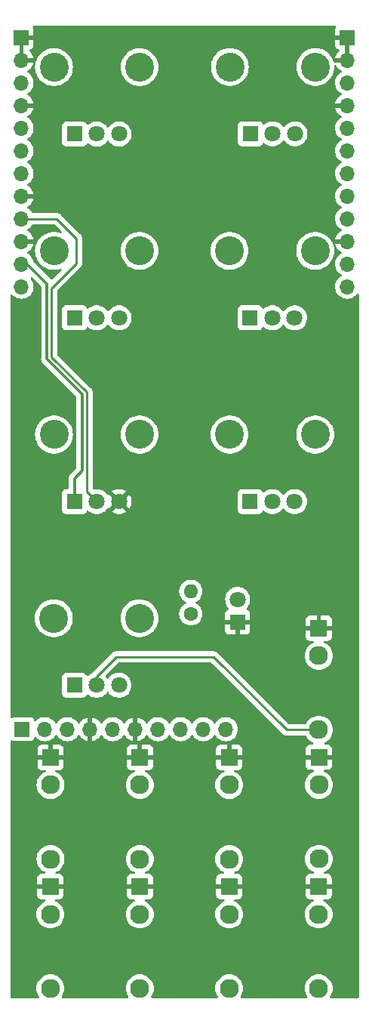
<source format=gbr>
%TF.GenerationSoftware,KiCad,Pcbnew,7.0.1-0*%
%TF.CreationDate,2023-10-20T13:53:54+13:00*%
%TF.ProjectId,Punkys-new-brew_control,50756e6b-7973-42d6-9e65-772d62726577,001*%
%TF.SameCoordinates,Original*%
%TF.FileFunction,Copper,L2,Bot*%
%TF.FilePolarity,Positive*%
%FSLAX46Y46*%
G04 Gerber Fmt 4.6, Leading zero omitted, Abs format (unit mm)*
G04 Created by KiCad (PCBNEW 7.0.1-0) date 2023-10-20 13:53:54*
%MOMM*%
%LPD*%
G01*
G04 APERTURE LIST*
%TA.AperFunction,ComponentPad*%
%ADD10C,3.240000*%
%TD*%
%TA.AperFunction,ComponentPad*%
%ADD11R,1.800000X1.800000*%
%TD*%
%TA.AperFunction,ComponentPad*%
%ADD12C,1.800000*%
%TD*%
%TA.AperFunction,ComponentPad*%
%ADD13R,1.930000X1.830000*%
%TD*%
%TA.AperFunction,ComponentPad*%
%ADD14C,2.130000*%
%TD*%
%TA.AperFunction,ComponentPad*%
%ADD15C,1.600000*%
%TD*%
%TA.AperFunction,ComponentPad*%
%ADD16O,1.600000X1.600000*%
%TD*%
%TA.AperFunction,ComponentPad*%
%ADD17R,1.700000X1.700000*%
%TD*%
%TA.AperFunction,ComponentPad*%
%ADD18O,1.700000X1.700000*%
%TD*%
%TA.AperFunction,ViaPad*%
%ADD19C,0.600000*%
%TD*%
%TA.AperFunction,ViaPad*%
%ADD20C,0.800000*%
%TD*%
%TA.AperFunction,Conductor*%
%ADD21C,0.250000*%
%TD*%
%TA.AperFunction,Conductor*%
%ADD22C,0.350000*%
%TD*%
G04 APERTURE END LIST*
D10*
%TO.P,RV4,*%
%TO.N,*%
X126000000Y-59825000D03*
X135600000Y-59825000D03*
D11*
%TO.P,RV4,1,1*%
%TO.N,Env1_A_C*%
X128300000Y-67325000D03*
D12*
%TO.P,RV4,2,2*%
%TO.N,Env1_AR_C*%
X130800000Y-67325000D03*
%TO.P,RV4,3,3*%
X133300000Y-67325000D03*
%TD*%
D10*
%TO.P,RV5,*%
%TO.N,*%
X145700000Y-59825000D03*
X155300000Y-59825000D03*
D11*
%TO.P,RV5,1,1*%
%TO.N,Env1_R_C*%
X148000000Y-67325000D03*
D12*
%TO.P,RV5,2,2*%
%TO.N,Env1_AR_C*%
X150500000Y-67325000D03*
%TO.P,RV5,3,3*%
X153000000Y-67325000D03*
%TD*%
D13*
%TO.P,J7,1*%
%TO.N,GND*%
X125580000Y-131100000D03*
D14*
%TO.P,J7,2*%
%TO.N,ENV1-Out_C*%
X125580000Y-142500000D03*
%TO.P,J7,3*%
%TO.N,unconnected-(J7-Pad3)*%
X125580000Y-134200000D03*
%TD*%
D13*
%TO.P,J9,1*%
%TO.N,GND*%
X145660000Y-131100000D03*
D14*
%TO.P,J9,2*%
%TO.N,ENV2_C*%
X145660000Y-142500000D03*
%TO.P,J9,3*%
%TO.N,unconnected-(J9-Pad3)*%
X145660000Y-134200000D03*
%TD*%
D13*
%TO.P,J2,1*%
%TO.N,GND*%
X135630000Y-116610000D03*
D14*
%TO.P,J2,2*%
%TO.N,CV1-In_C*%
X135630000Y-128010000D03*
%TO.P,J2,3*%
%TO.N,unconnected-(J2-Pad3)*%
X135630000Y-119710000D03*
%TD*%
D13*
%TO.P,J6,1*%
%TO.N,GND*%
X155720000Y-116600000D03*
D14*
%TO.P,J6,2*%
%TO.N,Ext_In_C*%
X155720000Y-128000000D03*
%TO.P,J6,3*%
%TO.N,APC_Out_C*%
X155720000Y-119700000D03*
%TD*%
D13*
%TO.P,J4,1*%
%TO.N,GND*%
X125600000Y-116610000D03*
D14*
%TO.P,J4,2*%
%TO.N,Gate_In_C*%
X125600000Y-128010000D03*
%TO.P,J4,3*%
%TO.N,5V_Ref_C*%
X125600000Y-119710000D03*
%TD*%
D10*
%TO.P,RV6,*%
%TO.N,*%
X125980000Y-101025000D03*
X135580000Y-101025000D03*
D11*
%TO.P,RV6,1,1*%
%TO.N,Net-(J10-Pad2)*%
X128280000Y-108525000D03*
D12*
%TO.P,RV6,2,2*%
X130780000Y-108525000D03*
%TO.P,RV6,3,3*%
%TO.N,Net-(R13-Pad1)*%
X133280000Y-108525000D03*
%TD*%
D10*
%TO.P,RV2,*%
%TO.N,*%
X145730000Y-39205000D03*
X155330000Y-39205000D03*
D11*
%TO.P,RV2,1,1*%
%TO.N,+12V*%
X148030000Y-46705000D03*
D12*
%TO.P,RV2,2,2*%
X150530000Y-46705000D03*
%TO.P,RV2,3,3*%
%TO.N,Freq_2_C*%
X153030000Y-46705000D03*
%TD*%
D15*
%TO.P,R13,1*%
%TO.N,Net-(R13-Pad1)*%
X141350000Y-100530000D03*
D16*
%TO.P,R13,2*%
%TO.N,VCA_CV_C*%
X141350000Y-97990000D03*
%TD*%
D10*
%TO.P,RV3,*%
%TO.N,*%
X126000000Y-80425000D03*
X135600000Y-80425000D03*
D11*
%TO.P,RV3,1,1*%
%TO.N,10V_REF_C*%
X128300000Y-87925000D03*
D12*
%TO.P,RV3,2,2*%
%TO.N,INV_REF_C*%
X130800000Y-87925000D03*
%TO.P,RV3,3,3*%
%TO.N,GND*%
X133300000Y-87925000D03*
%TD*%
D13*
%TO.P,J3,1*%
%TO.N,GND*%
X145660000Y-116610000D03*
D14*
%TO.P,J3,2*%
%TO.N,CV2-In_C*%
X145660000Y-128010000D03*
%TO.P,J3,3*%
%TO.N,unconnected-(J3-Pad3)*%
X145660000Y-119710000D03*
%TD*%
D10*
%TO.P,RV7,*%
%TO.N,*%
X145700000Y-80425000D03*
X155300000Y-80425000D03*
D11*
%TO.P,RV7,1,1*%
%TO.N,Env2_R_C*%
X148000000Y-87925000D03*
D12*
%TO.P,RV7,2,2*%
%TO.N,Env2_AR_C*%
X150500000Y-87925000D03*
%TO.P,RV7,3,3*%
X153000000Y-87925000D03*
%TD*%
D13*
%TO.P,J10,1*%
%TO.N,GND*%
X155710000Y-102130000D03*
D14*
%TO.P,J10,2*%
%TO.N,Net-(J10-Pad2)*%
X155710000Y-113530000D03*
%TO.P,J10,3*%
%TO.N,ENV1_C*%
X155710000Y-105230000D03*
%TD*%
D10*
%TO.P,RV1,*%
%TO.N,*%
X126000000Y-39225000D03*
X135600000Y-39225000D03*
D11*
%TO.P,RV1,1,1*%
%TO.N,+12V*%
X128300000Y-46725000D03*
D12*
%TO.P,RV1,2,2*%
X130800000Y-46725000D03*
%TO.P,RV1,3,3*%
%TO.N,Freq_1_C*%
X133300000Y-46725000D03*
%TD*%
D13*
%TO.P,J5,1*%
%TO.N,GND*%
X155690000Y-131100000D03*
D14*
%TO.P,J5,2*%
%TO.N,Audio_Out_C*%
X155690000Y-142500000D03*
%TO.P,J5,3*%
%TO.N,unconnected-(J5-Pad3)*%
X155690000Y-134200000D03*
%TD*%
D11*
%TO.P,D11,1,K*%
%TO.N,GND*%
X146600000Y-101440000D03*
D12*
%TO.P,D11,2,A*%
%TO.N,VCA_CV_C*%
X146600000Y-98900000D03*
%TD*%
D13*
%TO.P,J8,1*%
%TO.N,GND*%
X135630000Y-131100000D03*
D14*
%TO.P,J8,2*%
%TO.N,INV_ENV_C*%
X135630000Y-142500000D03*
%TO.P,J8,3*%
%TO.N,unconnected-(J8-Pad3)*%
X135630000Y-134200000D03*
%TD*%
D17*
%TO.P,J12,1,Pin_1*%
%TO.N,ENV1-Out_C*%
X122430000Y-113450000D03*
D18*
%TO.P,J12,2,Pin_2*%
%TO.N,5V_Ref_C*%
X124970000Y-113450000D03*
%TO.P,J12,3,Pin_3*%
%TO.N,Gate_In_C*%
X127510000Y-113450000D03*
%TO.P,J12,4,Pin_4*%
%TO.N,GND*%
X130050000Y-113450000D03*
%TO.P,J12,5,Pin_5*%
%TO.N,INV_ENV_C*%
X132590000Y-113450000D03*
%TO.P,J12,6,Pin_6*%
%TO.N,GND*%
X135130000Y-113450000D03*
%TO.P,J12,7,Pin_7*%
%TO.N,CV1-In_C*%
X137670000Y-113450000D03*
%TO.P,J12,8,Pin_8*%
%TO.N,ENV2_C*%
X140210000Y-113450000D03*
%TO.P,J12,9,Pin_9*%
%TO.N,CV2-In_C*%
X142750000Y-113450000D03*
%TO.P,J12,10,Pin_10*%
%TO.N,Audio_Out_C*%
X145290000Y-113450000D03*
%TD*%
D17*
%TO.P,J14,1,Pin_1*%
%TO.N,GND*%
X122350000Y-35900000D03*
D18*
%TO.P,J14,2,Pin_2*%
X122350000Y-38440000D03*
%TO.P,J14,3,Pin_3*%
%TO.N,+12V*%
X122350000Y-40980000D03*
%TO.P,J14,4,Pin_4*%
%TO.N,GND*%
X122350000Y-43520000D03*
%TO.P,J14,5,Pin_5*%
%TO.N,Freq_1_C*%
X122350000Y-46060000D03*
%TO.P,J14,6,Pin_6*%
%TO.N,Env1_AR_C*%
X122350000Y-48600000D03*
%TO.P,J14,7,Pin_7*%
%TO.N,Env1_A_C*%
X122350000Y-51140000D03*
%TO.P,J14,8,Pin_8*%
%TO.N,GND*%
X122350000Y-53680000D03*
%TO.P,J14,9,Pin_9*%
%TO.N,INV_REF_C*%
X122350000Y-56220000D03*
%TO.P,J14,10,Pin_10*%
%TO.N,GND*%
X122350000Y-58760000D03*
%TO.P,J14,11,Pin_11*%
%TO.N,10V_REF_C*%
X122350000Y-61300000D03*
%TO.P,J14,12,Pin_12*%
%TO.N,VCA_CV_C*%
X122350000Y-63840000D03*
%TD*%
D17*
%TO.P,J15,1,Pin_1*%
%TO.N,GND*%
X158900000Y-35900000D03*
D18*
%TO.P,J15,2,Pin_2*%
X158900000Y-38440000D03*
%TO.P,J15,3,Pin_3*%
%TO.N,+12V*%
X158900000Y-40980000D03*
%TO.P,J15,4,Pin_4*%
%TO.N,GND*%
X158900000Y-43520000D03*
%TO.P,J15,5,Pin_5*%
%TO.N,Freq_2_C*%
X158900000Y-46060000D03*
%TO.P,J15,6,Pin_6*%
%TO.N,Env1_R_C*%
X158900000Y-48600000D03*
%TO.P,J15,7,Pin_7*%
%TO.N,Env2_R_C*%
X158900000Y-51140000D03*
%TO.P,J15,8,Pin_8*%
%TO.N,Env2_AR_C*%
X158900000Y-53680000D03*
%TO.P,J15,9,Pin_9*%
%TO.N,ENV1_C*%
X158900000Y-56220000D03*
%TO.P,J15,10,Pin_10*%
%TO.N,GND*%
X158900000Y-58760000D03*
%TO.P,J15,11,Pin_11*%
%TO.N,APC_Out_C*%
X158900000Y-61300000D03*
%TO.P,J15,12,Pin_12*%
%TO.N,Ext_In_C*%
X158900000Y-63840000D03*
%TD*%
D19*
%TO.N,GND*%
X121650000Y-135660000D03*
D20*
X155300000Y-54870000D03*
X155950000Y-52330000D03*
X150960000Y-64380000D03*
X140330000Y-53320000D03*
X157030000Y-49960000D03*
X150550000Y-85070000D03*
%TD*%
D21*
%TO.N,Net-(J10-Pad2)*%
X152080000Y-113530000D02*
X155710000Y-113530000D01*
X130780000Y-108525000D02*
X130780000Y-107530000D01*
X132960000Y-105350000D02*
X143900000Y-105350000D01*
X143900000Y-105350000D02*
X152080000Y-113530000D01*
X130780000Y-107530000D02*
X132960000Y-105350000D01*
%TO.N,INV_REF_C*%
X128524000Y-61214000D02*
X125730000Y-64008000D01*
X122350000Y-56220000D02*
X126324000Y-56220000D01*
X125730000Y-71710000D02*
X125730000Y-64008000D01*
X128524000Y-58420000D02*
X128524000Y-61214000D01*
X129700000Y-86825000D02*
X129700000Y-75680000D01*
X130800000Y-87925000D02*
X129700000Y-86825000D01*
X129700000Y-75680000D02*
X125730000Y-71710000D01*
X126324000Y-56220000D02*
X128524000Y-58420000D01*
D22*
%TO.N,10V_REF_C*%
X128300000Y-87925000D02*
X128300000Y-85380000D01*
X123022000Y-61300000D02*
X122350000Y-61300000D01*
X125230000Y-63508000D02*
X123022000Y-61300000D01*
X129200000Y-75887106D02*
X125230000Y-71917107D01*
X129200000Y-84480000D02*
X129200000Y-75887106D01*
X128300000Y-85380000D02*
X129200000Y-84480000D01*
X125230000Y-71917107D02*
X125230000Y-63508000D01*
%TD*%
%TA.AperFunction,Conductor*%
%TO.N,GND*%
G36*
X157579360Y-34619005D02*
G01*
X157625077Y-34668996D01*
X157637699Y-34735553D01*
X157613460Y-34798811D01*
X157606647Y-34807911D01*
X157556402Y-34942624D01*
X157550000Y-35002176D01*
X157550000Y-35650000D01*
X159026000Y-35650000D01*
X159088000Y-35666613D01*
X159133387Y-35712000D01*
X159150000Y-35774000D01*
X159150000Y-38566000D01*
X159133387Y-38628000D01*
X159088000Y-38673387D01*
X159026000Y-38690000D01*
X157553991Y-38690000D01*
X157538283Y-38701893D01*
X157472974Y-38709217D01*
X157413094Y-38682136D01*
X157375464Y-38628258D01*
X157279492Y-38358219D01*
X157279491Y-38358216D01*
X157146030Y-38100648D01*
X157146028Y-38100644D01*
X156978743Y-37863656D01*
X156978741Y-37863653D01*
X156978739Y-37863651D01*
X156780736Y-37651641D01*
X156555708Y-37468567D01*
X156307848Y-37317840D01*
X156041772Y-37202267D01*
X155902104Y-37163134D01*
X155762435Y-37124000D01*
X155475046Y-37084500D01*
X155184954Y-37084500D01*
X154897564Y-37124000D01*
X154674358Y-37186540D01*
X154618228Y-37202267D01*
X154618226Y-37202267D01*
X154618225Y-37202268D01*
X154352151Y-37317840D01*
X154104293Y-37468566D01*
X153879267Y-37651638D01*
X153879264Y-37651640D01*
X153879264Y-37651641D01*
X153805012Y-37731144D01*
X153681256Y-37863656D01*
X153513971Y-38100644D01*
X153380507Y-38358219D01*
X153283362Y-38631560D01*
X153224342Y-38915579D01*
X153204544Y-39204999D01*
X153224342Y-39494420D01*
X153283362Y-39778439D01*
X153380507Y-40051780D01*
X153513971Y-40309355D01*
X153681256Y-40546343D01*
X153681259Y-40546346D01*
X153681261Y-40546349D01*
X153879264Y-40758359D01*
X154104292Y-40941433D01*
X154352152Y-41092160D01*
X154618228Y-41207733D01*
X154897563Y-41285999D01*
X155184954Y-41325500D01*
X155475046Y-41325500D01*
X155762437Y-41285999D01*
X156041772Y-41207733D01*
X156307848Y-41092160D01*
X156555708Y-40941433D01*
X156780736Y-40758359D01*
X156978739Y-40546349D01*
X157131910Y-40329355D01*
X157146028Y-40309355D01*
X157146030Y-40309352D01*
X157279491Y-40051784D01*
X157376637Y-39778441D01*
X157435658Y-39494416D01*
X157455455Y-39205000D01*
X157447334Y-39086292D01*
X157461428Y-39019865D01*
X157508395Y-38970821D01*
X157574151Y-38953869D01*
X157638975Y-38974092D01*
X157683428Y-39025425D01*
X157726399Y-39117576D01*
X157861893Y-39311081D01*
X158028918Y-39478106D01*
X158214595Y-39608119D01*
X158253460Y-39652437D01*
X158267471Y-39709694D01*
X158253460Y-39766951D01*
X158214595Y-39811269D01*
X158028595Y-39941508D01*
X157861505Y-40108598D01*
X157725965Y-40302170D01*
X157626097Y-40516336D01*
X157564936Y-40744592D01*
X157544340Y-40980000D01*
X157564936Y-41215407D01*
X157600500Y-41348133D01*
X157626097Y-41443663D01*
X157725965Y-41657830D01*
X157861505Y-41851401D01*
X158028599Y-42018495D01*
X158214597Y-42148732D01*
X158253460Y-42193048D01*
X158267471Y-42250305D01*
X158253461Y-42307561D01*
X158214595Y-42351880D01*
X158028919Y-42481892D01*
X157861890Y-42648921D01*
X157726400Y-42842421D01*
X157626569Y-43056507D01*
X157569364Y-43269999D01*
X157569364Y-43270000D01*
X159026000Y-43270000D01*
X159088000Y-43286613D01*
X159133387Y-43332000D01*
X159150000Y-43394000D01*
X159150000Y-43646000D01*
X159133387Y-43708000D01*
X159088000Y-43753387D01*
X159026000Y-43770000D01*
X157569364Y-43770000D01*
X157626569Y-43983492D01*
X157726399Y-44197576D01*
X157861893Y-44391081D01*
X158028918Y-44558106D01*
X158214595Y-44688119D01*
X158253460Y-44732437D01*
X158267471Y-44789694D01*
X158253460Y-44846951D01*
X158214595Y-44891269D01*
X158028595Y-45021508D01*
X157861505Y-45188598D01*
X157725965Y-45382170D01*
X157626097Y-45596336D01*
X157564936Y-45824592D01*
X157544340Y-46060000D01*
X157564936Y-46295407D01*
X157600500Y-46428133D01*
X157626097Y-46523663D01*
X157725965Y-46737830D01*
X157861505Y-46931401D01*
X158028599Y-47098495D01*
X158214160Y-47228426D01*
X158253024Y-47272743D01*
X158267035Y-47330000D01*
X158253024Y-47387257D01*
X158214160Y-47431574D01*
X158071887Y-47531195D01*
X158028595Y-47561508D01*
X157861505Y-47728598D01*
X157725965Y-47922170D01*
X157626097Y-48136336D01*
X157564936Y-48364592D01*
X157544340Y-48599999D01*
X157564936Y-48835407D01*
X157600500Y-48968133D01*
X157626097Y-49063663D01*
X157725965Y-49277830D01*
X157861505Y-49471401D01*
X158028599Y-49638495D01*
X158214160Y-49768426D01*
X158253024Y-49812743D01*
X158267035Y-49870000D01*
X158253024Y-49927257D01*
X158214159Y-49971575D01*
X158028595Y-50101508D01*
X157861505Y-50268598D01*
X157725965Y-50462170D01*
X157626097Y-50676336D01*
X157564936Y-50904592D01*
X157544340Y-51140000D01*
X157564936Y-51375407D01*
X157600500Y-51508133D01*
X157626097Y-51603663D01*
X157725965Y-51817830D01*
X157861505Y-52011401D01*
X158028599Y-52178495D01*
X158214160Y-52308426D01*
X158253024Y-52352743D01*
X158267035Y-52410000D01*
X158253024Y-52467257D01*
X158214159Y-52511575D01*
X158028595Y-52641508D01*
X157861505Y-52808598D01*
X157725965Y-53002170D01*
X157626097Y-53216336D01*
X157564936Y-53444592D01*
X157544340Y-53679999D01*
X157564936Y-53915407D01*
X157600500Y-54048133D01*
X157626097Y-54143663D01*
X157725965Y-54357830D01*
X157861505Y-54551401D01*
X158028599Y-54718495D01*
X158214160Y-54848426D01*
X158253024Y-54892743D01*
X158267035Y-54950000D01*
X158253024Y-55007257D01*
X158214159Y-55051575D01*
X158028595Y-55181508D01*
X157861505Y-55348598D01*
X157725965Y-55542170D01*
X157626097Y-55756336D01*
X157564936Y-55984592D01*
X157544340Y-56220000D01*
X157564936Y-56455407D01*
X157600500Y-56588133D01*
X157626097Y-56683663D01*
X157725965Y-56897830D01*
X157861505Y-57091401D01*
X158028599Y-57258495D01*
X158214597Y-57388732D01*
X158253460Y-57433048D01*
X158267471Y-57490305D01*
X158253461Y-57547561D01*
X158214595Y-57591880D01*
X158028919Y-57721892D01*
X157861890Y-57888921D01*
X157726400Y-58082421D01*
X157626569Y-58296507D01*
X157569364Y-58509999D01*
X157569364Y-58510000D01*
X159026000Y-58510000D01*
X159088000Y-58526613D01*
X159133387Y-58572000D01*
X159150000Y-58634000D01*
X159150000Y-58886000D01*
X159133387Y-58948000D01*
X159088000Y-58993387D01*
X159026000Y-59010000D01*
X157569364Y-59010000D01*
X157626569Y-59223492D01*
X157726399Y-59437576D01*
X157861893Y-59631081D01*
X158028918Y-59798106D01*
X158214595Y-59928119D01*
X158253460Y-59972437D01*
X158267471Y-60029694D01*
X158253460Y-60086951D01*
X158214595Y-60131269D01*
X158028595Y-60261508D01*
X157861505Y-60428598D01*
X157725965Y-60622170D01*
X157626097Y-60836336D01*
X157564936Y-61064592D01*
X157544340Y-61300000D01*
X157564936Y-61535407D01*
X157589873Y-61628473D01*
X157626097Y-61763663D01*
X157725965Y-61977830D01*
X157861505Y-62171401D01*
X158028599Y-62338495D01*
X158214160Y-62468426D01*
X158253024Y-62512743D01*
X158267035Y-62570000D01*
X158253024Y-62627257D01*
X158214158Y-62671575D01*
X158058985Y-62780229D01*
X158028595Y-62801508D01*
X157861505Y-62968598D01*
X157725965Y-63162170D01*
X157626097Y-63376336D01*
X157564936Y-63604592D01*
X157544340Y-63839999D01*
X157564936Y-64075407D01*
X157600500Y-64208133D01*
X157626097Y-64303663D01*
X157725965Y-64517830D01*
X157861505Y-64711401D01*
X158028599Y-64878495D01*
X158222170Y-65014035D01*
X158436337Y-65113903D01*
X158664592Y-65175063D01*
X158900000Y-65195659D01*
X159135408Y-65175063D01*
X159363663Y-65113903D01*
X159577830Y-65014035D01*
X159771401Y-64878495D01*
X159938495Y-64711401D01*
X159973926Y-64660799D01*
X160021142Y-64620474D01*
X160081989Y-64608094D01*
X160141210Y-64626766D01*
X160183953Y-64671808D01*
X160199500Y-64731924D01*
X160199500Y-143475500D01*
X160182887Y-143537500D01*
X160137500Y-143582887D01*
X160075500Y-143599500D01*
X157073705Y-143599500D01*
X157011003Y-143582479D01*
X156965515Y-143536089D01*
X156949729Y-143473065D01*
X156967978Y-143410710D01*
X157089184Y-143212920D01*
X157183483Y-142985262D01*
X157241007Y-142745655D01*
X157260341Y-142500000D01*
X157241007Y-142254345D01*
X157183483Y-142014738D01*
X157089184Y-141787080D01*
X156960433Y-141576977D01*
X156800399Y-141389601D01*
X156613023Y-141229567D01*
X156402920Y-141100816D01*
X156289091Y-141053666D01*
X156175261Y-141006516D01*
X155935656Y-140948993D01*
X155812827Y-140939325D01*
X155690000Y-140929659D01*
X155689999Y-140929659D01*
X155444343Y-140948993D01*
X155204738Y-141006516D01*
X154977078Y-141100817D01*
X154766978Y-141229566D01*
X154579601Y-141389601D01*
X154419566Y-141576978D01*
X154290817Y-141787078D01*
X154196516Y-142014738D01*
X154138993Y-142254343D01*
X154119659Y-142500000D01*
X154138993Y-142745656D01*
X154196516Y-142985261D01*
X154243666Y-143099091D01*
X154290816Y-143212920D01*
X154290817Y-143212921D01*
X154412022Y-143410710D01*
X154430271Y-143473065D01*
X154414485Y-143536089D01*
X154368997Y-143582479D01*
X154306295Y-143599500D01*
X147043705Y-143599500D01*
X146981003Y-143582479D01*
X146935515Y-143536089D01*
X146919729Y-143473065D01*
X146937978Y-143410710D01*
X147059184Y-143212920D01*
X147153483Y-142985262D01*
X147211007Y-142745655D01*
X147230341Y-142500000D01*
X147211007Y-142254345D01*
X147153483Y-142014738D01*
X147059184Y-141787080D01*
X146930433Y-141576977D01*
X146770399Y-141389601D01*
X146583023Y-141229567D01*
X146372920Y-141100816D01*
X146259091Y-141053666D01*
X146145261Y-141006516D01*
X145905656Y-140948993D01*
X145782827Y-140939325D01*
X145660000Y-140929659D01*
X145659999Y-140929659D01*
X145414343Y-140948993D01*
X145174738Y-141006516D01*
X144947078Y-141100817D01*
X144736978Y-141229566D01*
X144549601Y-141389601D01*
X144389566Y-141576978D01*
X144260817Y-141787078D01*
X144166516Y-142014738D01*
X144108993Y-142254343D01*
X144089659Y-142500000D01*
X144108993Y-142745656D01*
X144166516Y-142985261D01*
X144213666Y-143099091D01*
X144260816Y-143212920D01*
X144260817Y-143212921D01*
X144382022Y-143410710D01*
X144400271Y-143473065D01*
X144384485Y-143536089D01*
X144338997Y-143582479D01*
X144276295Y-143599500D01*
X137013705Y-143599500D01*
X136951003Y-143582479D01*
X136905515Y-143536089D01*
X136889729Y-143473065D01*
X136907978Y-143410710D01*
X137029184Y-143212920D01*
X137123483Y-142985262D01*
X137181007Y-142745655D01*
X137200341Y-142500000D01*
X137181007Y-142254345D01*
X137123483Y-142014738D01*
X137029184Y-141787080D01*
X136900433Y-141576977D01*
X136740399Y-141389601D01*
X136553023Y-141229567D01*
X136342920Y-141100816D01*
X136229091Y-141053666D01*
X136115261Y-141006516D01*
X135875656Y-140948993D01*
X135752827Y-140939325D01*
X135630000Y-140929659D01*
X135629999Y-140929659D01*
X135384343Y-140948993D01*
X135144738Y-141006516D01*
X134917078Y-141100817D01*
X134706978Y-141229566D01*
X134519601Y-141389601D01*
X134359566Y-141576978D01*
X134230817Y-141787078D01*
X134136516Y-142014738D01*
X134078993Y-142254343D01*
X134059659Y-142500000D01*
X134078993Y-142745656D01*
X134136516Y-142985261D01*
X134183666Y-143099091D01*
X134230816Y-143212920D01*
X134230817Y-143212921D01*
X134352022Y-143410710D01*
X134370271Y-143473065D01*
X134354485Y-143536089D01*
X134308997Y-143582479D01*
X134246295Y-143599500D01*
X126963705Y-143599500D01*
X126901003Y-143582479D01*
X126855515Y-143536089D01*
X126839729Y-143473065D01*
X126857978Y-143410710D01*
X126979184Y-143212920D01*
X127073483Y-142985262D01*
X127131007Y-142745655D01*
X127150341Y-142500000D01*
X127131007Y-142254345D01*
X127073483Y-142014738D01*
X126979184Y-141787080D01*
X126850433Y-141576977D01*
X126690399Y-141389601D01*
X126503023Y-141229567D01*
X126292920Y-141100816D01*
X126179091Y-141053666D01*
X126065261Y-141006516D01*
X125825656Y-140948993D01*
X125702827Y-140939325D01*
X125580000Y-140929659D01*
X125579999Y-140929659D01*
X125334343Y-140948993D01*
X125094738Y-141006516D01*
X124867078Y-141100817D01*
X124656978Y-141229566D01*
X124469601Y-141389601D01*
X124309566Y-141576978D01*
X124180817Y-141787078D01*
X124086516Y-142014738D01*
X124028993Y-142254343D01*
X124009659Y-142500000D01*
X124028993Y-142745656D01*
X124086516Y-142985261D01*
X124133666Y-143099091D01*
X124180816Y-143212920D01*
X124180817Y-143212921D01*
X124302022Y-143410710D01*
X124320271Y-143473065D01*
X124304485Y-143536089D01*
X124258997Y-143582479D01*
X124196295Y-143599500D01*
X121224500Y-143599500D01*
X121162500Y-143582887D01*
X121117113Y-143537500D01*
X121100500Y-143475500D01*
X121100500Y-134200000D01*
X124009659Y-134200000D01*
X124028993Y-134445656D01*
X124086516Y-134685261D01*
X124133666Y-134799090D01*
X124180816Y-134912920D01*
X124309567Y-135123023D01*
X124469601Y-135310399D01*
X124656977Y-135470433D01*
X124867080Y-135599184D01*
X125094738Y-135693483D01*
X125334345Y-135751007D01*
X125580000Y-135770341D01*
X125825655Y-135751007D01*
X126065262Y-135693483D01*
X126292920Y-135599184D01*
X126503023Y-135470433D01*
X126690399Y-135310399D01*
X126850433Y-135123023D01*
X126979184Y-134912920D01*
X127073483Y-134685262D01*
X127131007Y-134445655D01*
X127150341Y-134200000D01*
X134059659Y-134200000D01*
X134078993Y-134445656D01*
X134136516Y-134685261D01*
X134183666Y-134799090D01*
X134230816Y-134912920D01*
X134359567Y-135123023D01*
X134519601Y-135310399D01*
X134706977Y-135470433D01*
X134917080Y-135599184D01*
X135144738Y-135693483D01*
X135384345Y-135751007D01*
X135630000Y-135770341D01*
X135875655Y-135751007D01*
X136115262Y-135693483D01*
X136342920Y-135599184D01*
X136553023Y-135470433D01*
X136740399Y-135310399D01*
X136900433Y-135123023D01*
X137029184Y-134912920D01*
X137123483Y-134685262D01*
X137181007Y-134445655D01*
X137200341Y-134200000D01*
X144089659Y-134200000D01*
X144108993Y-134445656D01*
X144166516Y-134685261D01*
X144213666Y-134799090D01*
X144260816Y-134912920D01*
X144389567Y-135123023D01*
X144549601Y-135310399D01*
X144736977Y-135470433D01*
X144947080Y-135599184D01*
X145174738Y-135693483D01*
X145414345Y-135751007D01*
X145660000Y-135770341D01*
X145905655Y-135751007D01*
X146145262Y-135693483D01*
X146372920Y-135599184D01*
X146583023Y-135470433D01*
X146770399Y-135310399D01*
X146930433Y-135123023D01*
X147059184Y-134912920D01*
X147153483Y-134685262D01*
X147211007Y-134445655D01*
X147230341Y-134200000D01*
X154119659Y-134200000D01*
X154138993Y-134445656D01*
X154196516Y-134685261D01*
X154243666Y-134799090D01*
X154290816Y-134912920D01*
X154419567Y-135123023D01*
X154579601Y-135310399D01*
X154766977Y-135470433D01*
X154977080Y-135599184D01*
X155204738Y-135693483D01*
X155444345Y-135751007D01*
X155690000Y-135770341D01*
X155935655Y-135751007D01*
X156175262Y-135693483D01*
X156402920Y-135599184D01*
X156613023Y-135470433D01*
X156800399Y-135310399D01*
X156960433Y-135123023D01*
X157089184Y-134912920D01*
X157183483Y-134685262D01*
X157241007Y-134445655D01*
X157260341Y-134200000D01*
X157241007Y-133954345D01*
X157183483Y-133714738D01*
X157089184Y-133487080D01*
X156960433Y-133276977D01*
X156800399Y-133089601D01*
X156613023Y-132929567D01*
X156402920Y-132800816D01*
X156288835Y-132753560D01*
X156235971Y-132711885D01*
X156212671Y-132648729D01*
X156225804Y-132582705D01*
X156271499Y-132533273D01*
X156336289Y-132515000D01*
X156702824Y-132515000D01*
X156762375Y-132508597D01*
X156897089Y-132458352D01*
X157012188Y-132372188D01*
X157098352Y-132257089D01*
X157148597Y-132122375D01*
X157155000Y-132062824D01*
X157155000Y-131350000D01*
X154225000Y-131350000D01*
X154225000Y-132062824D01*
X154231402Y-132122375D01*
X154281647Y-132257089D01*
X154367811Y-132372188D01*
X154482910Y-132458352D01*
X154617624Y-132508597D01*
X154677176Y-132515000D01*
X155043711Y-132515000D01*
X155108501Y-132533273D01*
X155154196Y-132582705D01*
X155167329Y-132648729D01*
X155144029Y-132711885D01*
X155091164Y-132753561D01*
X154977078Y-132800817D01*
X154766978Y-132929566D01*
X154579601Y-133089601D01*
X154419566Y-133276978D01*
X154290817Y-133487078D01*
X154196516Y-133714738D01*
X154138993Y-133954343D01*
X154119659Y-134200000D01*
X147230341Y-134200000D01*
X147211007Y-133954345D01*
X147153483Y-133714738D01*
X147059184Y-133487080D01*
X146930433Y-133276977D01*
X146770399Y-133089601D01*
X146583023Y-132929567D01*
X146372920Y-132800816D01*
X146258835Y-132753560D01*
X146205971Y-132711885D01*
X146182671Y-132648729D01*
X146195804Y-132582705D01*
X146241499Y-132533273D01*
X146306289Y-132515000D01*
X146672824Y-132515000D01*
X146732375Y-132508597D01*
X146867089Y-132458352D01*
X146982188Y-132372188D01*
X147068352Y-132257089D01*
X147118597Y-132122375D01*
X147125000Y-132062824D01*
X147125000Y-131350000D01*
X144195000Y-131350000D01*
X144195000Y-132062824D01*
X144201402Y-132122375D01*
X144251647Y-132257089D01*
X144337811Y-132372188D01*
X144452910Y-132458352D01*
X144587624Y-132508597D01*
X144647176Y-132515000D01*
X145013711Y-132515000D01*
X145078501Y-132533273D01*
X145124196Y-132582705D01*
X145137329Y-132648729D01*
X145114029Y-132711885D01*
X145061164Y-132753561D01*
X144947078Y-132800817D01*
X144736978Y-132929566D01*
X144549601Y-133089601D01*
X144389566Y-133276978D01*
X144260817Y-133487078D01*
X144166516Y-133714738D01*
X144108993Y-133954343D01*
X144089659Y-134200000D01*
X137200341Y-134200000D01*
X137181007Y-133954345D01*
X137123483Y-133714738D01*
X137029184Y-133487080D01*
X136900433Y-133276977D01*
X136740399Y-133089601D01*
X136553023Y-132929567D01*
X136342920Y-132800816D01*
X136228835Y-132753560D01*
X136175971Y-132711885D01*
X136152671Y-132648729D01*
X136165804Y-132582705D01*
X136211499Y-132533273D01*
X136276289Y-132515000D01*
X136642824Y-132515000D01*
X136702375Y-132508597D01*
X136837089Y-132458352D01*
X136952188Y-132372188D01*
X137038352Y-132257089D01*
X137088597Y-132122375D01*
X137095000Y-132062824D01*
X137095000Y-131350000D01*
X134165000Y-131350000D01*
X134165000Y-132062824D01*
X134171402Y-132122375D01*
X134221647Y-132257089D01*
X134307811Y-132372188D01*
X134422910Y-132458352D01*
X134557624Y-132508597D01*
X134617176Y-132515000D01*
X134983711Y-132515000D01*
X135048501Y-132533273D01*
X135094196Y-132582705D01*
X135107329Y-132648729D01*
X135084029Y-132711885D01*
X135031164Y-132753561D01*
X134917078Y-132800817D01*
X134706978Y-132929566D01*
X134519601Y-133089601D01*
X134359566Y-133276978D01*
X134230817Y-133487078D01*
X134136516Y-133714738D01*
X134078993Y-133954343D01*
X134059659Y-134200000D01*
X127150341Y-134200000D01*
X127131007Y-133954345D01*
X127073483Y-133714738D01*
X126979184Y-133487080D01*
X126850433Y-133276977D01*
X126690399Y-133089601D01*
X126503023Y-132929567D01*
X126292920Y-132800816D01*
X126178835Y-132753560D01*
X126125971Y-132711885D01*
X126102671Y-132648729D01*
X126115804Y-132582705D01*
X126161499Y-132533273D01*
X126226289Y-132515000D01*
X126592824Y-132515000D01*
X126652375Y-132508597D01*
X126787089Y-132458352D01*
X126902188Y-132372188D01*
X126988352Y-132257089D01*
X127038597Y-132122375D01*
X127045000Y-132062824D01*
X127045000Y-131350000D01*
X124115000Y-131350000D01*
X124115000Y-132062824D01*
X124121402Y-132122375D01*
X124171647Y-132257089D01*
X124257811Y-132372188D01*
X124372910Y-132458352D01*
X124507624Y-132508597D01*
X124567176Y-132515000D01*
X124933711Y-132515000D01*
X124998501Y-132533273D01*
X125044196Y-132582705D01*
X125057329Y-132648729D01*
X125034029Y-132711885D01*
X124981164Y-132753561D01*
X124867078Y-132800817D01*
X124656978Y-132929566D01*
X124469601Y-133089601D01*
X124309566Y-133276978D01*
X124180817Y-133487078D01*
X124086516Y-133714738D01*
X124028993Y-133954343D01*
X124009659Y-134200000D01*
X121100500Y-134200000D01*
X121100500Y-128010000D01*
X124029659Y-128010000D01*
X124048993Y-128255656D01*
X124106516Y-128495261D01*
X124153666Y-128609091D01*
X124200816Y-128722920D01*
X124329567Y-128933023D01*
X124489601Y-129120399D01*
X124676977Y-129280433D01*
X124887080Y-129409184D01*
X124977022Y-129446439D01*
X125029887Y-129488115D01*
X125053187Y-129551271D01*
X125040054Y-129617295D01*
X124994359Y-129666727D01*
X124929569Y-129685000D01*
X124567176Y-129685000D01*
X124507624Y-129691402D01*
X124372910Y-129741647D01*
X124257811Y-129827811D01*
X124171647Y-129942910D01*
X124121402Y-130077624D01*
X124115000Y-130137176D01*
X124115000Y-130850000D01*
X127045000Y-130850000D01*
X127045000Y-130137176D01*
X127038597Y-130077624D01*
X126988352Y-129942910D01*
X126902188Y-129827811D01*
X126787089Y-129741647D01*
X126652375Y-129691402D01*
X126592824Y-129685000D01*
X126270431Y-129685000D01*
X126205641Y-129666727D01*
X126159946Y-129617295D01*
X126146813Y-129551271D01*
X126170113Y-129488115D01*
X126222978Y-129446439D01*
X126312920Y-129409184D01*
X126523023Y-129280433D01*
X126710399Y-129120399D01*
X126870433Y-128933023D01*
X126999184Y-128722920D01*
X127093483Y-128495262D01*
X127151007Y-128255655D01*
X127170341Y-128010000D01*
X134059659Y-128010000D01*
X134078993Y-128255656D01*
X134136516Y-128495261D01*
X134183666Y-128609091D01*
X134230816Y-128722920D01*
X134359567Y-128933023D01*
X134519601Y-129120399D01*
X134706977Y-129280433D01*
X134917080Y-129409184D01*
X135007022Y-129446439D01*
X135059887Y-129488115D01*
X135083187Y-129551271D01*
X135070054Y-129617295D01*
X135024359Y-129666727D01*
X134959569Y-129685000D01*
X134617176Y-129685000D01*
X134557624Y-129691402D01*
X134422910Y-129741647D01*
X134307811Y-129827811D01*
X134221647Y-129942910D01*
X134171402Y-130077624D01*
X134165000Y-130137176D01*
X134165000Y-130850000D01*
X137095000Y-130850000D01*
X137095000Y-130137176D01*
X137088597Y-130077624D01*
X137038352Y-129942910D01*
X136952188Y-129827811D01*
X136837089Y-129741647D01*
X136702375Y-129691402D01*
X136642824Y-129685000D01*
X136300431Y-129685000D01*
X136235641Y-129666727D01*
X136189946Y-129617295D01*
X136176813Y-129551271D01*
X136200113Y-129488115D01*
X136252978Y-129446439D01*
X136342920Y-129409184D01*
X136553023Y-129280433D01*
X136740399Y-129120399D01*
X136900433Y-128933023D01*
X137029184Y-128722920D01*
X137123483Y-128495262D01*
X137181007Y-128255655D01*
X137200341Y-128010000D01*
X144089659Y-128010000D01*
X144108993Y-128255656D01*
X144166516Y-128495261D01*
X144213666Y-128609091D01*
X144260816Y-128722920D01*
X144389567Y-128933023D01*
X144549601Y-129120399D01*
X144736977Y-129280433D01*
X144947080Y-129409184D01*
X145037022Y-129446439D01*
X145089887Y-129488115D01*
X145113187Y-129551271D01*
X145100054Y-129617295D01*
X145054359Y-129666727D01*
X144989569Y-129685000D01*
X144647176Y-129685000D01*
X144587624Y-129691402D01*
X144452910Y-129741647D01*
X144337811Y-129827811D01*
X144251647Y-129942910D01*
X144201402Y-130077624D01*
X144195000Y-130137176D01*
X144195000Y-130850000D01*
X147125000Y-130850000D01*
X147125000Y-130137176D01*
X147118597Y-130077624D01*
X147068352Y-129942910D01*
X146982188Y-129827811D01*
X146867089Y-129741647D01*
X146732375Y-129691402D01*
X146672824Y-129685000D01*
X146330431Y-129685000D01*
X146265641Y-129666727D01*
X146219946Y-129617295D01*
X146206813Y-129551271D01*
X146230113Y-129488115D01*
X146282978Y-129446439D01*
X146372920Y-129409184D01*
X146583023Y-129280433D01*
X146770399Y-129120399D01*
X146930433Y-128933023D01*
X147059184Y-128722920D01*
X147153483Y-128495262D01*
X147211007Y-128255655D01*
X147230341Y-128010000D01*
X147229554Y-128000000D01*
X154149659Y-128000000D01*
X154168993Y-128245656D01*
X154226516Y-128485261D01*
X154230659Y-128495262D01*
X154320816Y-128712920D01*
X154449567Y-128923023D01*
X154609601Y-129110399D01*
X154796977Y-129270433D01*
X155007080Y-129399184D01*
X155121164Y-129446439D01*
X155174029Y-129488115D01*
X155197329Y-129551271D01*
X155184196Y-129617295D01*
X155138501Y-129666727D01*
X155073711Y-129685000D01*
X154677176Y-129685000D01*
X154617624Y-129691402D01*
X154482910Y-129741647D01*
X154367811Y-129827811D01*
X154281647Y-129942910D01*
X154231402Y-130077624D01*
X154225000Y-130137176D01*
X154225000Y-130850000D01*
X157155000Y-130850000D01*
X157155000Y-130137176D01*
X157148597Y-130077624D01*
X157098352Y-129942910D01*
X157012188Y-129827811D01*
X156897089Y-129741647D01*
X156762375Y-129691402D01*
X156702824Y-129685000D01*
X156366289Y-129685000D01*
X156301499Y-129666727D01*
X156255804Y-129617295D01*
X156242671Y-129551271D01*
X156265971Y-129488115D01*
X156318836Y-129446439D01*
X156432920Y-129399184D01*
X156643023Y-129270433D01*
X156830399Y-129110399D01*
X156990433Y-128923023D01*
X157119184Y-128712920D01*
X157213483Y-128485262D01*
X157271007Y-128245655D01*
X157290341Y-128000000D01*
X157271007Y-127754345D01*
X157213483Y-127514738D01*
X157119184Y-127287080D01*
X156990433Y-127076977D01*
X156830399Y-126889601D01*
X156643023Y-126729567D01*
X156432920Y-126600816D01*
X156319091Y-126553666D01*
X156205261Y-126506516D01*
X155965656Y-126448993D01*
X155720000Y-126429659D01*
X155474343Y-126448993D01*
X155234738Y-126506516D01*
X155007078Y-126600817D01*
X154796978Y-126729566D01*
X154609601Y-126889601D01*
X154449566Y-127076978D01*
X154320817Y-127287078D01*
X154226516Y-127514738D01*
X154168993Y-127754343D01*
X154149659Y-128000000D01*
X147229554Y-128000000D01*
X147211007Y-127764345D01*
X147153483Y-127524738D01*
X147059184Y-127297080D01*
X146930433Y-127086977D01*
X146770399Y-126899601D01*
X146583023Y-126739567D01*
X146372920Y-126610816D01*
X146259091Y-126563666D01*
X146145261Y-126516516D01*
X145905656Y-126458993D01*
X145660000Y-126439659D01*
X145414343Y-126458993D01*
X145174738Y-126516516D01*
X144947078Y-126610817D01*
X144736978Y-126739566D01*
X144549601Y-126899601D01*
X144389566Y-127086978D01*
X144260817Y-127297078D01*
X144166516Y-127524738D01*
X144108993Y-127764343D01*
X144089659Y-128010000D01*
X137200341Y-128010000D01*
X137181007Y-127764345D01*
X137123483Y-127524738D01*
X137029184Y-127297080D01*
X136900433Y-127086977D01*
X136740399Y-126899601D01*
X136553023Y-126739567D01*
X136342920Y-126610816D01*
X136229091Y-126563666D01*
X136115261Y-126516516D01*
X135875656Y-126458993D01*
X135630000Y-126439659D01*
X135384343Y-126458993D01*
X135144738Y-126516516D01*
X134917078Y-126610817D01*
X134706978Y-126739566D01*
X134519601Y-126899601D01*
X134359566Y-127086978D01*
X134230817Y-127297078D01*
X134136516Y-127524738D01*
X134078993Y-127764343D01*
X134059659Y-128010000D01*
X127170341Y-128010000D01*
X127151007Y-127764345D01*
X127093483Y-127524738D01*
X126999184Y-127297080D01*
X126870433Y-127086977D01*
X126710399Y-126899601D01*
X126523023Y-126739567D01*
X126312920Y-126610816D01*
X126199091Y-126563666D01*
X126085261Y-126516516D01*
X125845656Y-126458993D01*
X125600000Y-126439659D01*
X125354343Y-126458993D01*
X125114738Y-126516516D01*
X124887078Y-126610817D01*
X124676978Y-126739566D01*
X124489601Y-126899601D01*
X124329566Y-127086978D01*
X124200817Y-127297078D01*
X124106516Y-127524738D01*
X124048993Y-127764343D01*
X124029659Y-128010000D01*
X121100500Y-128010000D01*
X121100500Y-119709999D01*
X124029659Y-119709999D01*
X124048993Y-119955656D01*
X124106516Y-120195261D01*
X124153666Y-120309091D01*
X124200816Y-120422920D01*
X124329567Y-120633023D01*
X124489601Y-120820399D01*
X124676977Y-120980433D01*
X124887080Y-121109184D01*
X125114738Y-121203483D01*
X125354345Y-121261007D01*
X125600000Y-121280341D01*
X125845655Y-121261007D01*
X126085262Y-121203483D01*
X126312920Y-121109184D01*
X126523023Y-120980433D01*
X126710399Y-120820399D01*
X126870433Y-120633023D01*
X126999184Y-120422920D01*
X127093483Y-120195262D01*
X127151007Y-119955655D01*
X127170341Y-119710000D01*
X127170341Y-119709999D01*
X134059659Y-119709999D01*
X134078993Y-119955656D01*
X134136516Y-120195261D01*
X134183666Y-120309091D01*
X134230816Y-120422920D01*
X134359567Y-120633023D01*
X134519601Y-120820399D01*
X134706977Y-120980433D01*
X134917080Y-121109184D01*
X135144738Y-121203483D01*
X135384345Y-121261007D01*
X135630000Y-121280341D01*
X135875655Y-121261007D01*
X136115262Y-121203483D01*
X136342920Y-121109184D01*
X136553023Y-120980433D01*
X136740399Y-120820399D01*
X136900433Y-120633023D01*
X137029184Y-120422920D01*
X137123483Y-120195262D01*
X137181007Y-119955655D01*
X137200341Y-119710000D01*
X137200341Y-119709999D01*
X144089659Y-119709999D01*
X144108993Y-119955656D01*
X144166516Y-120195261D01*
X144213666Y-120309091D01*
X144260816Y-120422920D01*
X144389567Y-120633023D01*
X144549601Y-120820399D01*
X144736977Y-120980433D01*
X144947080Y-121109184D01*
X145174738Y-121203483D01*
X145414345Y-121261007D01*
X145660000Y-121280341D01*
X145905655Y-121261007D01*
X146145262Y-121203483D01*
X146372920Y-121109184D01*
X146583023Y-120980433D01*
X146770399Y-120820399D01*
X146930433Y-120633023D01*
X147059184Y-120422920D01*
X147153483Y-120195262D01*
X147211007Y-119955655D01*
X147230341Y-119710000D01*
X147229554Y-119700000D01*
X154149659Y-119700000D01*
X154168993Y-119945656D01*
X154226516Y-120185261D01*
X154230659Y-120195262D01*
X154320816Y-120412920D01*
X154449567Y-120623023D01*
X154609601Y-120810399D01*
X154796977Y-120970433D01*
X155007080Y-121099184D01*
X155234738Y-121193483D01*
X155474345Y-121251007D01*
X155720000Y-121270341D01*
X155965655Y-121251007D01*
X156205262Y-121193483D01*
X156432920Y-121099184D01*
X156643023Y-120970433D01*
X156830399Y-120810399D01*
X156990433Y-120623023D01*
X157119184Y-120412920D01*
X157213483Y-120185262D01*
X157271007Y-119945655D01*
X157290341Y-119700000D01*
X157271007Y-119454345D01*
X157213483Y-119214738D01*
X157119184Y-118987080D01*
X156990433Y-118776977D01*
X156830399Y-118589601D01*
X156643023Y-118429567D01*
X156432920Y-118300816D01*
X156318835Y-118253560D01*
X156265971Y-118211885D01*
X156242671Y-118148729D01*
X156255804Y-118082705D01*
X156301499Y-118033273D01*
X156366289Y-118015000D01*
X156732824Y-118015000D01*
X156792375Y-118008597D01*
X156927089Y-117958352D01*
X157042188Y-117872188D01*
X157128352Y-117757089D01*
X157178597Y-117622375D01*
X157185000Y-117562824D01*
X157185000Y-116850000D01*
X154255000Y-116850000D01*
X154255000Y-117562824D01*
X154261402Y-117622375D01*
X154311647Y-117757089D01*
X154397811Y-117872188D01*
X154512910Y-117958352D01*
X154647624Y-118008597D01*
X154707176Y-118015000D01*
X155073711Y-118015000D01*
X155138501Y-118033273D01*
X155184196Y-118082705D01*
X155197329Y-118148729D01*
X155174029Y-118211885D01*
X155121164Y-118253561D01*
X155007078Y-118300817D01*
X154796978Y-118429566D01*
X154609601Y-118589601D01*
X154449566Y-118776978D01*
X154320817Y-118987078D01*
X154226516Y-119214738D01*
X154168993Y-119454343D01*
X154149659Y-119700000D01*
X147229554Y-119700000D01*
X147211007Y-119464345D01*
X147153483Y-119224738D01*
X147059184Y-118997080D01*
X146930433Y-118786977D01*
X146770399Y-118599601D01*
X146583023Y-118439567D01*
X146372920Y-118310816D01*
X146258835Y-118263560D01*
X146205971Y-118221885D01*
X146182671Y-118158729D01*
X146195804Y-118092705D01*
X146241499Y-118043273D01*
X146306289Y-118025000D01*
X146672824Y-118025000D01*
X146732375Y-118018597D01*
X146867089Y-117968352D01*
X146982188Y-117882188D01*
X147068352Y-117767089D01*
X147118597Y-117632375D01*
X147125000Y-117572824D01*
X147125000Y-116860000D01*
X144195000Y-116860000D01*
X144195000Y-117572824D01*
X144201402Y-117632375D01*
X144251647Y-117767089D01*
X144337811Y-117882188D01*
X144452910Y-117968352D01*
X144587624Y-118018597D01*
X144647176Y-118025000D01*
X145013711Y-118025000D01*
X145078501Y-118043273D01*
X145124196Y-118092705D01*
X145137329Y-118158729D01*
X145114029Y-118221885D01*
X145061164Y-118263560D01*
X144971223Y-118300816D01*
X144947078Y-118310817D01*
X144736978Y-118439566D01*
X144549601Y-118599601D01*
X144389566Y-118786978D01*
X144260817Y-118997078D01*
X144166516Y-119224738D01*
X144108993Y-119464343D01*
X144089659Y-119709999D01*
X137200341Y-119709999D01*
X137181007Y-119464345D01*
X137123483Y-119224738D01*
X137029184Y-118997080D01*
X136900433Y-118786977D01*
X136740399Y-118599601D01*
X136553023Y-118439567D01*
X136342920Y-118310816D01*
X136228835Y-118263560D01*
X136175971Y-118221885D01*
X136152671Y-118158729D01*
X136165804Y-118092705D01*
X136211499Y-118043273D01*
X136276289Y-118025000D01*
X136642824Y-118025000D01*
X136702375Y-118018597D01*
X136837089Y-117968352D01*
X136952188Y-117882188D01*
X137038352Y-117767089D01*
X137088597Y-117632375D01*
X137095000Y-117572824D01*
X137095000Y-116860000D01*
X134165000Y-116860000D01*
X134165000Y-117572824D01*
X134171402Y-117632375D01*
X134221647Y-117767089D01*
X134307811Y-117882188D01*
X134422910Y-117968352D01*
X134557624Y-118018597D01*
X134617176Y-118025000D01*
X134983711Y-118025000D01*
X135048501Y-118043273D01*
X135094196Y-118092705D01*
X135107329Y-118158729D01*
X135084029Y-118221885D01*
X135031164Y-118263560D01*
X134941223Y-118300816D01*
X134917078Y-118310817D01*
X134706978Y-118439566D01*
X134519601Y-118599601D01*
X134359566Y-118786978D01*
X134230817Y-118997078D01*
X134136516Y-119224738D01*
X134078993Y-119464343D01*
X134059659Y-119709999D01*
X127170341Y-119709999D01*
X127151007Y-119464345D01*
X127093483Y-119224738D01*
X126999184Y-118997080D01*
X126870433Y-118786977D01*
X126710399Y-118599601D01*
X126523023Y-118439567D01*
X126312920Y-118310816D01*
X126198835Y-118263560D01*
X126145971Y-118221885D01*
X126122671Y-118158729D01*
X126135804Y-118092705D01*
X126181499Y-118043273D01*
X126246289Y-118025000D01*
X126612824Y-118025000D01*
X126672375Y-118018597D01*
X126807089Y-117968352D01*
X126922188Y-117882188D01*
X127008352Y-117767089D01*
X127058597Y-117632375D01*
X127065000Y-117572824D01*
X127065000Y-116860000D01*
X124135000Y-116860000D01*
X124135000Y-117572824D01*
X124141402Y-117632375D01*
X124191647Y-117767089D01*
X124277811Y-117882188D01*
X124392910Y-117968352D01*
X124527624Y-118018597D01*
X124587176Y-118025000D01*
X124953711Y-118025000D01*
X125018501Y-118043273D01*
X125064196Y-118092705D01*
X125077329Y-118158729D01*
X125054029Y-118221885D01*
X125001164Y-118263560D01*
X124911223Y-118300816D01*
X124887078Y-118310817D01*
X124676978Y-118439566D01*
X124489601Y-118599601D01*
X124329566Y-118786978D01*
X124200817Y-118997078D01*
X124106516Y-119224738D01*
X124048993Y-119464343D01*
X124029659Y-119709999D01*
X121100500Y-119709999D01*
X121100500Y-116360000D01*
X124135000Y-116360000D01*
X125350000Y-116360000D01*
X125350000Y-115195000D01*
X125850000Y-115195000D01*
X125850000Y-116360000D01*
X127065000Y-116360000D01*
X134165000Y-116360000D01*
X135380000Y-116360000D01*
X135380000Y-115195000D01*
X135880000Y-115195000D01*
X135880000Y-116360000D01*
X137095000Y-116360000D01*
X144195000Y-116360000D01*
X145410000Y-116360000D01*
X145410000Y-115195000D01*
X145910000Y-115195000D01*
X145910000Y-116360000D01*
X147125000Y-116360000D01*
X147125000Y-115647176D01*
X147118597Y-115587624D01*
X147068352Y-115452910D01*
X146982188Y-115337811D01*
X146867089Y-115251647D01*
X146732375Y-115201402D01*
X146672824Y-115195000D01*
X145910000Y-115195000D01*
X145410000Y-115195000D01*
X144647176Y-115195000D01*
X144587624Y-115201402D01*
X144452910Y-115251647D01*
X144337811Y-115337811D01*
X144251647Y-115452910D01*
X144201402Y-115587624D01*
X144195000Y-115647176D01*
X144195000Y-116360000D01*
X137095000Y-116360000D01*
X137095000Y-115647176D01*
X137088597Y-115587624D01*
X137038352Y-115452910D01*
X136952188Y-115337811D01*
X136837089Y-115251647D01*
X136702375Y-115201402D01*
X136642824Y-115195000D01*
X135880000Y-115195000D01*
X135380000Y-115195000D01*
X134617176Y-115195000D01*
X134557624Y-115201402D01*
X134422910Y-115251647D01*
X134307811Y-115337811D01*
X134221647Y-115452910D01*
X134171402Y-115587624D01*
X134165000Y-115647176D01*
X134165000Y-116360000D01*
X127065000Y-116360000D01*
X127065000Y-115647176D01*
X127058597Y-115587624D01*
X127008352Y-115452910D01*
X126922188Y-115337811D01*
X126807089Y-115251647D01*
X126672375Y-115201402D01*
X126612824Y-115195000D01*
X125850000Y-115195000D01*
X125350000Y-115195000D01*
X124587176Y-115195000D01*
X124527624Y-115201402D01*
X124392910Y-115251647D01*
X124277811Y-115337811D01*
X124191647Y-115452910D01*
X124141402Y-115587624D01*
X124135000Y-115647176D01*
X124135000Y-116360000D01*
X121100500Y-116360000D01*
X121100500Y-114813973D01*
X121119005Y-114748806D01*
X121168996Y-114703089D01*
X121235553Y-114690467D01*
X121298808Y-114714705D01*
X121337669Y-114743796D01*
X121472517Y-114794091D01*
X121532127Y-114800500D01*
X123327872Y-114800499D01*
X123387483Y-114794091D01*
X123522331Y-114743796D01*
X123637546Y-114657546D01*
X123723796Y-114542331D01*
X123772810Y-114410916D01*
X123807789Y-114360537D01*
X123862634Y-114333084D01*
X123923927Y-114335273D01*
X123976673Y-114366569D01*
X124098599Y-114488495D01*
X124292170Y-114624035D01*
X124506337Y-114723903D01*
X124734592Y-114785063D01*
X124970000Y-114805659D01*
X125205408Y-114785063D01*
X125433663Y-114723903D01*
X125647830Y-114624035D01*
X125841401Y-114488495D01*
X126008495Y-114321401D01*
X126138426Y-114135839D01*
X126182743Y-114096975D01*
X126240000Y-114082964D01*
X126297257Y-114096975D01*
X126341573Y-114135839D01*
X126471505Y-114321401D01*
X126638599Y-114488495D01*
X126832170Y-114624035D01*
X127046337Y-114723903D01*
X127274592Y-114785063D01*
X127510000Y-114805659D01*
X127745408Y-114785063D01*
X127973663Y-114723903D01*
X128187830Y-114624035D01*
X128381401Y-114488495D01*
X128548495Y-114321401D01*
X128678732Y-114135402D01*
X128723048Y-114096539D01*
X128780305Y-114082528D01*
X128837562Y-114096539D01*
X128881880Y-114135404D01*
X129011893Y-114321081D01*
X129178918Y-114488106D01*
X129372423Y-114623600D01*
X129586507Y-114723430D01*
X129799999Y-114780635D01*
X129800000Y-114780636D01*
X129800000Y-114780635D01*
X130300000Y-114780635D01*
X130513492Y-114723430D01*
X130727576Y-114623600D01*
X130921081Y-114488106D01*
X131088109Y-114321078D01*
X131218119Y-114135405D01*
X131262437Y-114096539D01*
X131319694Y-114082528D01*
X131376951Y-114096539D01*
X131421267Y-114135402D01*
X131551505Y-114321401D01*
X131718599Y-114488495D01*
X131912170Y-114624035D01*
X132126337Y-114723903D01*
X132354592Y-114785063D01*
X132590000Y-114805659D01*
X132825408Y-114785063D01*
X133053663Y-114723903D01*
X133267830Y-114624035D01*
X133461401Y-114488495D01*
X133628495Y-114321401D01*
X133758732Y-114135402D01*
X133803048Y-114096539D01*
X133860305Y-114082528D01*
X133917562Y-114096539D01*
X133961880Y-114135404D01*
X134091893Y-114321081D01*
X134258918Y-114488106D01*
X134452423Y-114623600D01*
X134666507Y-114723430D01*
X134879999Y-114780635D01*
X134880000Y-114780636D01*
X134880000Y-114780635D01*
X135380000Y-114780635D01*
X135593492Y-114723430D01*
X135807576Y-114623600D01*
X136001081Y-114488106D01*
X136168109Y-114321078D01*
X136298119Y-114135405D01*
X136342437Y-114096539D01*
X136399694Y-114082528D01*
X136456951Y-114096539D01*
X136501267Y-114135402D01*
X136631505Y-114321401D01*
X136798599Y-114488495D01*
X136992170Y-114624035D01*
X137206337Y-114723903D01*
X137434592Y-114785063D01*
X137670000Y-114805659D01*
X137905408Y-114785063D01*
X138133663Y-114723903D01*
X138347830Y-114624035D01*
X138541401Y-114488495D01*
X138708495Y-114321401D01*
X138838426Y-114135839D01*
X138882743Y-114096975D01*
X138940000Y-114082964D01*
X138997257Y-114096975D01*
X139041573Y-114135839D01*
X139171505Y-114321401D01*
X139338599Y-114488495D01*
X139532170Y-114624035D01*
X139746337Y-114723903D01*
X139974592Y-114785063D01*
X140210000Y-114805659D01*
X140445408Y-114785063D01*
X140673663Y-114723903D01*
X140887830Y-114624035D01*
X141081401Y-114488495D01*
X141248495Y-114321401D01*
X141378426Y-114135839D01*
X141422743Y-114096975D01*
X141480000Y-114082964D01*
X141537257Y-114096975D01*
X141581573Y-114135839D01*
X141711505Y-114321401D01*
X141878599Y-114488495D01*
X142072170Y-114624035D01*
X142286337Y-114723903D01*
X142514592Y-114785063D01*
X142750000Y-114805659D01*
X142985408Y-114785063D01*
X143213663Y-114723903D01*
X143427830Y-114624035D01*
X143621401Y-114488495D01*
X143788495Y-114321401D01*
X143918426Y-114135839D01*
X143962743Y-114096975D01*
X144020000Y-114082964D01*
X144077257Y-114096975D01*
X144121573Y-114135839D01*
X144251505Y-114321401D01*
X144418599Y-114488495D01*
X144612170Y-114624035D01*
X144826337Y-114723903D01*
X145054592Y-114785063D01*
X145290000Y-114805659D01*
X145525408Y-114785063D01*
X145753663Y-114723903D01*
X145967830Y-114624035D01*
X146161401Y-114488495D01*
X146328495Y-114321401D01*
X146464035Y-114127830D01*
X146563903Y-113913663D01*
X146625063Y-113685408D01*
X146645659Y-113450000D01*
X146625063Y-113214592D01*
X146563903Y-112986337D01*
X146464035Y-112772171D01*
X146328495Y-112578599D01*
X146161401Y-112411505D01*
X145967830Y-112275965D01*
X145753663Y-112176097D01*
X145692502Y-112159709D01*
X145525407Y-112114936D01*
X145290000Y-112094340D01*
X145054592Y-112114936D01*
X144826336Y-112176097D01*
X144612170Y-112275965D01*
X144418598Y-112411505D01*
X144251505Y-112578598D01*
X144121575Y-112764159D01*
X144077257Y-112803025D01*
X144020000Y-112817036D01*
X143962743Y-112803025D01*
X143918425Y-112764159D01*
X143788494Y-112578598D01*
X143621404Y-112411508D01*
X143621404Y-112411507D01*
X143621401Y-112411505D01*
X143427830Y-112275965D01*
X143213663Y-112176097D01*
X143152502Y-112159709D01*
X142985407Y-112114936D01*
X142750000Y-112094340D01*
X142514592Y-112114936D01*
X142286336Y-112176097D01*
X142072170Y-112275965D01*
X141878598Y-112411505D01*
X141711505Y-112578598D01*
X141581575Y-112764159D01*
X141537257Y-112803025D01*
X141480000Y-112817036D01*
X141422743Y-112803025D01*
X141378425Y-112764159D01*
X141248494Y-112578598D01*
X141081404Y-112411508D01*
X141081404Y-112411507D01*
X141081401Y-112411505D01*
X140887830Y-112275965D01*
X140673663Y-112176097D01*
X140612502Y-112159709D01*
X140445407Y-112114936D01*
X140210000Y-112094340D01*
X139974592Y-112114936D01*
X139746336Y-112176097D01*
X139532170Y-112275965D01*
X139338598Y-112411505D01*
X139171505Y-112578598D01*
X139041575Y-112764159D01*
X138997257Y-112803025D01*
X138940000Y-112817036D01*
X138882743Y-112803025D01*
X138838425Y-112764159D01*
X138708494Y-112578598D01*
X138541404Y-112411508D01*
X138541404Y-112411507D01*
X138541401Y-112411505D01*
X138347830Y-112275965D01*
X138133663Y-112176097D01*
X138072502Y-112159709D01*
X137905407Y-112114936D01*
X137670000Y-112094340D01*
X137434592Y-112114936D01*
X137206336Y-112176097D01*
X136992170Y-112275965D01*
X136798598Y-112411505D01*
X136631508Y-112578595D01*
X136501269Y-112764596D01*
X136456951Y-112803461D01*
X136399694Y-112817472D01*
X136342437Y-112803461D01*
X136298119Y-112764595D01*
X136168109Y-112578921D01*
X136001081Y-112411893D01*
X135807576Y-112276399D01*
X135593492Y-112176569D01*
X135380000Y-112119364D01*
X135380000Y-114780635D01*
X134880000Y-114780635D01*
X134880000Y-112119364D01*
X134879999Y-112119364D01*
X134666507Y-112176569D01*
X134452421Y-112276400D01*
X134258921Y-112411890D01*
X134091893Y-112578918D01*
X133961880Y-112764596D01*
X133917562Y-112803461D01*
X133860305Y-112817472D01*
X133803048Y-112803461D01*
X133758730Y-112764595D01*
X133628494Y-112578598D01*
X133461404Y-112411508D01*
X133461403Y-112411507D01*
X133461401Y-112411505D01*
X133267830Y-112275965D01*
X133053663Y-112176097D01*
X132992502Y-112159709D01*
X132825407Y-112114936D01*
X132590000Y-112094340D01*
X132354592Y-112114936D01*
X132126336Y-112176097D01*
X131912170Y-112275965D01*
X131718598Y-112411505D01*
X131551508Y-112578595D01*
X131421269Y-112764596D01*
X131376951Y-112803461D01*
X131319694Y-112817472D01*
X131262437Y-112803461D01*
X131218119Y-112764595D01*
X131088109Y-112578921D01*
X130921081Y-112411893D01*
X130727576Y-112276399D01*
X130513492Y-112176569D01*
X130300000Y-112119364D01*
X130300000Y-114780635D01*
X129800000Y-114780635D01*
X129800000Y-112119364D01*
X129799999Y-112119364D01*
X129586507Y-112176569D01*
X129372421Y-112276400D01*
X129178921Y-112411890D01*
X129011893Y-112578918D01*
X128881880Y-112764596D01*
X128837562Y-112803461D01*
X128780305Y-112817472D01*
X128723048Y-112803461D01*
X128678730Y-112764595D01*
X128548494Y-112578598D01*
X128381404Y-112411508D01*
X128381403Y-112411507D01*
X128381401Y-112411505D01*
X128187830Y-112275965D01*
X127973663Y-112176097D01*
X127912502Y-112159709D01*
X127745407Y-112114936D01*
X127510000Y-112094340D01*
X127274592Y-112114936D01*
X127046336Y-112176097D01*
X126832170Y-112275965D01*
X126638598Y-112411505D01*
X126471505Y-112578598D01*
X126341575Y-112764159D01*
X126297257Y-112803025D01*
X126240000Y-112817036D01*
X126182743Y-112803025D01*
X126138425Y-112764159D01*
X126008494Y-112578598D01*
X125841404Y-112411508D01*
X125841403Y-112411507D01*
X125841401Y-112411505D01*
X125647830Y-112275965D01*
X125433663Y-112176097D01*
X125372502Y-112159709D01*
X125205407Y-112114936D01*
X124970000Y-112094340D01*
X124734592Y-112114936D01*
X124506336Y-112176097D01*
X124292170Y-112275965D01*
X124098601Y-112411503D01*
X123976673Y-112533431D01*
X123923926Y-112564726D01*
X123862634Y-112566915D01*
X123807789Y-112539462D01*
X123772810Y-112489082D01*
X123744019Y-112411890D01*
X123723796Y-112357669D01*
X123637546Y-112242454D01*
X123522331Y-112156204D01*
X123387483Y-112105909D01*
X123327873Y-112099500D01*
X123327869Y-112099500D01*
X121532130Y-112099500D01*
X121472515Y-112105909D01*
X121337670Y-112156203D01*
X121337668Y-112156204D01*
X121337669Y-112156204D01*
X121298808Y-112185294D01*
X121235553Y-112209533D01*
X121168996Y-112196911D01*
X121119005Y-112151194D01*
X121100500Y-112086027D01*
X121100500Y-109472869D01*
X126879500Y-109472869D01*
X126885909Y-109532483D01*
X126936204Y-109667331D01*
X127022454Y-109782546D01*
X127137669Y-109868796D01*
X127272517Y-109919091D01*
X127332127Y-109925500D01*
X129227872Y-109925499D01*
X129287483Y-109919091D01*
X129422331Y-109868796D01*
X129537546Y-109782546D01*
X129623796Y-109667331D01*
X129642093Y-109618272D01*
X129674205Y-109570458D01*
X129724458Y-109542308D01*
X129782007Y-109539900D01*
X129834435Y-109563753D01*
X130011374Y-109701470D01*
X130215497Y-109811936D01*
X130325257Y-109849616D01*
X130435015Y-109887297D01*
X130435017Y-109887297D01*
X130435019Y-109887298D01*
X130663951Y-109925500D01*
X130896048Y-109925500D01*
X130896049Y-109925500D01*
X131124981Y-109887298D01*
X131344503Y-109811936D01*
X131548626Y-109701470D01*
X131731784Y-109558913D01*
X131888979Y-109388153D01*
X131926193Y-109331191D01*
X131970980Y-109289962D01*
X132029998Y-109275016D01*
X132089016Y-109289961D01*
X132133807Y-109331194D01*
X132171018Y-109388149D01*
X132171021Y-109388153D01*
X132328216Y-109558913D01*
X132511374Y-109701470D01*
X132715497Y-109811936D01*
X132825257Y-109849616D01*
X132935015Y-109887297D01*
X132935017Y-109887297D01*
X132935019Y-109887298D01*
X133163951Y-109925500D01*
X133396048Y-109925500D01*
X133396049Y-109925500D01*
X133624981Y-109887298D01*
X133844503Y-109811936D01*
X134048626Y-109701470D01*
X134231784Y-109558913D01*
X134388979Y-109388153D01*
X134515924Y-109193849D01*
X134609157Y-108981300D01*
X134666134Y-108756305D01*
X134685300Y-108525000D01*
X134666134Y-108293695D01*
X134609157Y-108068700D01*
X134515924Y-107856151D01*
X134388979Y-107661847D01*
X134231784Y-107491087D01*
X134048626Y-107348530D01*
X133844503Y-107238064D01*
X133844499Y-107238062D01*
X133844498Y-107238062D01*
X133624984Y-107162702D01*
X133414458Y-107127572D01*
X133396049Y-107124500D01*
X133163951Y-107124500D01*
X133145542Y-107127572D01*
X132935015Y-107162702D01*
X132715501Y-107238062D01*
X132511372Y-107348531D01*
X132328215Y-107491087D01*
X132249010Y-107577128D01*
X132171021Y-107661847D01*
X132171021Y-107661848D01*
X132133809Y-107718805D01*
X132089017Y-107760038D01*
X132030000Y-107774983D01*
X131970983Y-107760038D01*
X131926191Y-107718805D01*
X131888979Y-107661847D01*
X131798807Y-107563894D01*
X131769424Y-107508693D01*
X131770717Y-107446171D01*
X131802355Y-107392233D01*
X133182770Y-106011819D01*
X133222999Y-105984939D01*
X133270452Y-105975500D01*
X143589548Y-105975500D01*
X143637001Y-105984939D01*
X143677229Y-106011819D01*
X151579196Y-113913787D01*
X151592096Y-113929888D01*
X151643223Y-113977900D01*
X151646019Y-113980610D01*
X151665529Y-114000120D01*
X151668711Y-114002588D01*
X151677571Y-114010155D01*
X151709418Y-114040062D01*
X151726972Y-114049712D01*
X151743236Y-114060396D01*
X151754972Y-114069499D01*
X151759064Y-114072673D01*
X151781838Y-114082528D01*
X151799152Y-114090021D01*
X151809631Y-114095154D01*
X151847908Y-114116197D01*
X151867306Y-114121177D01*
X151885708Y-114127477D01*
X151904104Y-114135438D01*
X151947261Y-114142273D01*
X151958664Y-114144634D01*
X152000981Y-114155500D01*
X152021016Y-114155500D01*
X152040413Y-114157026D01*
X152060196Y-114160160D01*
X152103674Y-114156050D01*
X152115344Y-114155500D01*
X154191752Y-114155500D01*
X154239205Y-114164939D01*
X154279434Y-114191819D01*
X154306311Y-114232045D01*
X154310816Y-114242920D01*
X154439567Y-114453023D01*
X154599601Y-114640399D01*
X154786977Y-114800433D01*
X154997080Y-114929184D01*
X155038738Y-114946439D01*
X155091603Y-114988115D01*
X155114903Y-115051271D01*
X155101770Y-115117295D01*
X155056075Y-115166727D01*
X154991285Y-115185000D01*
X154707176Y-115185000D01*
X154647624Y-115191402D01*
X154512910Y-115241647D01*
X154397811Y-115327811D01*
X154311647Y-115442910D01*
X154261402Y-115577624D01*
X154255000Y-115637176D01*
X154255000Y-116350000D01*
X157185000Y-116350000D01*
X157185000Y-115637176D01*
X157178597Y-115577624D01*
X157128352Y-115442910D01*
X157042188Y-115327811D01*
X156927089Y-115241647D01*
X156792375Y-115191402D01*
X156732824Y-115185000D01*
X156428715Y-115185000D01*
X156363925Y-115166727D01*
X156318230Y-115117295D01*
X156305097Y-115051271D01*
X156328397Y-114988115D01*
X156381261Y-114946439D01*
X156422920Y-114929184D01*
X156633023Y-114800433D01*
X156820399Y-114640399D01*
X156980433Y-114453023D01*
X157109184Y-114242920D01*
X157203483Y-114015262D01*
X157261007Y-113775655D01*
X157280341Y-113530000D01*
X157261007Y-113284345D01*
X157203483Y-113044738D01*
X157109184Y-112817080D01*
X156980433Y-112606977D01*
X156820399Y-112419601D01*
X156633023Y-112259567D01*
X156422920Y-112130816D01*
X156309091Y-112083666D01*
X156195261Y-112036516D01*
X155955656Y-111978993D01*
X155710000Y-111959659D01*
X155464343Y-111978993D01*
X155224738Y-112036516D01*
X154997078Y-112130817D01*
X154786978Y-112259566D01*
X154599601Y-112419601D01*
X154439566Y-112606978D01*
X154319162Y-112803461D01*
X154310816Y-112817080D01*
X154306311Y-112827954D01*
X154279434Y-112868181D01*
X154239205Y-112895061D01*
X154191752Y-112904500D01*
X152390452Y-112904500D01*
X152342999Y-112895061D01*
X152302771Y-112868181D01*
X144664591Y-105230000D01*
X154139659Y-105230000D01*
X154158993Y-105475656D01*
X154216516Y-105715261D01*
X154263666Y-105829090D01*
X154310816Y-105942920D01*
X154439567Y-106153023D01*
X154599601Y-106340399D01*
X154786977Y-106500433D01*
X154997080Y-106629184D01*
X155224738Y-106723483D01*
X155464345Y-106781007D01*
X155710000Y-106800341D01*
X155955655Y-106781007D01*
X156195262Y-106723483D01*
X156422920Y-106629184D01*
X156633023Y-106500433D01*
X156820399Y-106340399D01*
X156980433Y-106153023D01*
X157109184Y-105942920D01*
X157203483Y-105715262D01*
X157261007Y-105475655D01*
X157280341Y-105230000D01*
X157261007Y-104984345D01*
X157203483Y-104744738D01*
X157109184Y-104517080D01*
X156980433Y-104306977D01*
X156820399Y-104119601D01*
X156633023Y-103959567D01*
X156422920Y-103830816D01*
X156308835Y-103783560D01*
X156255971Y-103741885D01*
X156232671Y-103678729D01*
X156245804Y-103612705D01*
X156291499Y-103563273D01*
X156356289Y-103545000D01*
X156722824Y-103545000D01*
X156782375Y-103538597D01*
X156917089Y-103488352D01*
X157032188Y-103402188D01*
X157118352Y-103287089D01*
X157168597Y-103152375D01*
X157175000Y-103092824D01*
X157175000Y-102380000D01*
X154245000Y-102380000D01*
X154245000Y-103092824D01*
X154251402Y-103152375D01*
X154301647Y-103287089D01*
X154387811Y-103402188D01*
X154502910Y-103488352D01*
X154637624Y-103538597D01*
X154697176Y-103545000D01*
X155063711Y-103545000D01*
X155128501Y-103563273D01*
X155174196Y-103612705D01*
X155187329Y-103678729D01*
X155164029Y-103741885D01*
X155111164Y-103783561D01*
X154997078Y-103830817D01*
X154786978Y-103959566D01*
X154599601Y-104119601D01*
X154439566Y-104306978D01*
X154310817Y-104517078D01*
X154216516Y-104744738D01*
X154158993Y-104984343D01*
X154139659Y-105230000D01*
X144664591Y-105230000D01*
X144400802Y-104966211D01*
X144387906Y-104950113D01*
X144336775Y-104902098D01*
X144333978Y-104899387D01*
X144314470Y-104879879D01*
X144311290Y-104877412D01*
X144302424Y-104869839D01*
X144270582Y-104839938D01*
X144253024Y-104830285D01*
X144236764Y-104819604D01*
X144220936Y-104807327D01*
X144180851Y-104789980D01*
X144170361Y-104784841D01*
X144132091Y-104763802D01*
X144112691Y-104758821D01*
X144094284Y-104752519D01*
X144075897Y-104744562D01*
X144032758Y-104737729D01*
X144021324Y-104735361D01*
X143979019Y-104724500D01*
X143958984Y-104724500D01*
X143939586Y-104722973D01*
X143932162Y-104721797D01*
X143919805Y-104719840D01*
X143919804Y-104719840D01*
X143894468Y-104722235D01*
X143876325Y-104723950D01*
X143864656Y-104724500D01*
X133042744Y-104724500D01*
X133022236Y-104722235D01*
X132952113Y-104724439D01*
X132948219Y-104724500D01*
X132920650Y-104724500D01*
X132916671Y-104725002D01*
X132905041Y-104725917D01*
X132861372Y-104727289D01*
X132842128Y-104732880D01*
X132823084Y-104736824D01*
X132803208Y-104739335D01*
X132762600Y-104755413D01*
X132751554Y-104759194D01*
X132709610Y-104771382D01*
X132709607Y-104771383D01*
X132692365Y-104781579D01*
X132674904Y-104790133D01*
X132656267Y-104797512D01*
X132620931Y-104823185D01*
X132611174Y-104829595D01*
X132573580Y-104851829D01*
X132559413Y-104865996D01*
X132544624Y-104878626D01*
X132528413Y-104890404D01*
X132500572Y-104924058D01*
X132492711Y-104932697D01*
X130396208Y-107029199D01*
X130380110Y-107042096D01*
X130332096Y-107093225D01*
X130329391Y-107096017D01*
X130309874Y-107115534D01*
X130307415Y-107118705D01*
X130299842Y-107127572D01*
X130269935Y-107159420D01*
X130260285Y-107176974D01*
X130249607Y-107193230D01*
X130230354Y-107218052D01*
X130191391Y-107251108D01*
X130011377Y-107348528D01*
X129834436Y-107486245D01*
X129782007Y-107510099D01*
X129724458Y-107507691D01*
X129674205Y-107479541D01*
X129642092Y-107431724D01*
X129627362Y-107392231D01*
X129623796Y-107382669D01*
X129537546Y-107267454D01*
X129422331Y-107181204D01*
X129287483Y-107130909D01*
X129227873Y-107124500D01*
X129227869Y-107124500D01*
X127332130Y-107124500D01*
X127272515Y-107130909D01*
X127137669Y-107181204D01*
X127022454Y-107267454D01*
X126936204Y-107382668D01*
X126885909Y-107517516D01*
X126879500Y-107577130D01*
X126879500Y-109472869D01*
X121100500Y-109472869D01*
X121100500Y-101025000D01*
X123854544Y-101025000D01*
X123874342Y-101314420D01*
X123933362Y-101598439D01*
X124030507Y-101871780D01*
X124163971Y-102129355D01*
X124331256Y-102366343D01*
X124331259Y-102366346D01*
X124331261Y-102366349D01*
X124529264Y-102578359D01*
X124754292Y-102761433D01*
X125002152Y-102912160D01*
X125268228Y-103027733D01*
X125547563Y-103105999D01*
X125834954Y-103145500D01*
X126125046Y-103145500D01*
X126412437Y-103105999D01*
X126691772Y-103027733D01*
X126957848Y-102912160D01*
X127205708Y-102761433D01*
X127430736Y-102578359D01*
X127628739Y-102366349D01*
X127796030Y-102129352D01*
X127929491Y-101871784D01*
X128026637Y-101598441D01*
X128085658Y-101314416D01*
X128105455Y-101025000D01*
X133454544Y-101025000D01*
X133474342Y-101314420D01*
X133533362Y-101598439D01*
X133630507Y-101871780D01*
X133763971Y-102129355D01*
X133931256Y-102366343D01*
X133931259Y-102366346D01*
X133931261Y-102366349D01*
X134129264Y-102578359D01*
X134354292Y-102761433D01*
X134602152Y-102912160D01*
X134868228Y-103027733D01*
X135147563Y-103105999D01*
X135434954Y-103145500D01*
X135725046Y-103145500D01*
X136012437Y-103105999D01*
X136291772Y-103027733D01*
X136557848Y-102912160D01*
X136805708Y-102761433D01*
X137030736Y-102578359D01*
X137228739Y-102366349D01*
X137396030Y-102129352D01*
X137529491Y-101871784D01*
X137626637Y-101598441D01*
X137685658Y-101314416D01*
X137705455Y-101025000D01*
X137685658Y-100735584D01*
X137642937Y-100529999D01*
X140044531Y-100529999D01*
X140064364Y-100756689D01*
X140123261Y-100976497D01*
X140219432Y-101182735D01*
X140349953Y-101369140D01*
X140510859Y-101530046D01*
X140697264Y-101660567D01*
X140697265Y-101660567D01*
X140697266Y-101660568D01*
X140903504Y-101756739D01*
X141123308Y-101815635D01*
X141350000Y-101835468D01*
X141576692Y-101815635D01*
X141796496Y-101756739D01*
X141939617Y-101690000D01*
X145200000Y-101690000D01*
X145200000Y-102387824D01*
X145206402Y-102447375D01*
X145256647Y-102582089D01*
X145342811Y-102697188D01*
X145457910Y-102783352D01*
X145592624Y-102833597D01*
X145652176Y-102840000D01*
X146350000Y-102840000D01*
X146350000Y-101690000D01*
X146850000Y-101690000D01*
X146850000Y-102840000D01*
X147547824Y-102840000D01*
X147607375Y-102833597D01*
X147742089Y-102783352D01*
X147857188Y-102697188D01*
X147943352Y-102582089D01*
X147993597Y-102447375D01*
X148000000Y-102387824D01*
X148000000Y-101880000D01*
X154245000Y-101880000D01*
X155460000Y-101880000D01*
X155460000Y-100715000D01*
X155960000Y-100715000D01*
X155960000Y-101880000D01*
X157175000Y-101880000D01*
X157175000Y-101167176D01*
X157168597Y-101107624D01*
X157118352Y-100972910D01*
X157032188Y-100857811D01*
X156917089Y-100771647D01*
X156782375Y-100721402D01*
X156722824Y-100715000D01*
X155960000Y-100715000D01*
X155460000Y-100715000D01*
X154697176Y-100715000D01*
X154637624Y-100721402D01*
X154502910Y-100771647D01*
X154387811Y-100857811D01*
X154301647Y-100972910D01*
X154251402Y-101107624D01*
X154245000Y-101167176D01*
X154245000Y-101880000D01*
X148000000Y-101880000D01*
X148000000Y-101690000D01*
X146850000Y-101690000D01*
X146350000Y-101690000D01*
X145200000Y-101690000D01*
X141939617Y-101690000D01*
X142002734Y-101660568D01*
X142189139Y-101530047D01*
X142350047Y-101369139D01*
X142480568Y-101182734D01*
X142576739Y-100976496D01*
X142635635Y-100756692D01*
X142655468Y-100530000D01*
X142635635Y-100303308D01*
X142576739Y-100083504D01*
X142480568Y-99877266D01*
X142350047Y-99690861D01*
X142350046Y-99690859D01*
X142189140Y-99529953D01*
X142002732Y-99399430D01*
X141944724Y-99372380D01*
X141892549Y-99326623D01*
X141873130Y-99259997D01*
X141892550Y-99193373D01*
X141944721Y-99147619D01*
X142002734Y-99120568D01*
X142189139Y-98990047D01*
X142279187Y-98899999D01*
X145194699Y-98899999D01*
X145213865Y-99131299D01*
X145213865Y-99131301D01*
X145213866Y-99131305D01*
X145263328Y-99326623D01*
X145270844Y-99356303D01*
X145321435Y-99471638D01*
X145364076Y-99568849D01*
X145491021Y-99763153D01*
X145586167Y-99866509D01*
X145614940Y-99919262D01*
X145615533Y-99979348D01*
X145587806Y-100032658D01*
X145538272Y-100066673D01*
X145457913Y-100096646D01*
X145342811Y-100182811D01*
X145256647Y-100297910D01*
X145206402Y-100432624D01*
X145200000Y-100492176D01*
X145200000Y-101190000D01*
X148000000Y-101190000D01*
X148000000Y-100492176D01*
X147993597Y-100432624D01*
X147943352Y-100297910D01*
X147857188Y-100182811D01*
X147742088Y-100096647D01*
X147661728Y-100066674D01*
X147612193Y-100032658D01*
X147584466Y-99979348D01*
X147585059Y-99919262D01*
X147613829Y-99866512D01*
X147708979Y-99763153D01*
X147835924Y-99568849D01*
X147929157Y-99356300D01*
X147986134Y-99131305D01*
X148005300Y-98900000D01*
X147986134Y-98668695D01*
X147929157Y-98443700D01*
X147835924Y-98231151D01*
X147708979Y-98036847D01*
X147551784Y-97866087D01*
X147368626Y-97723530D01*
X147164503Y-97613064D01*
X147164499Y-97613062D01*
X147164498Y-97613062D01*
X146944984Y-97537702D01*
X146773282Y-97509050D01*
X146716049Y-97499500D01*
X146483951Y-97499500D01*
X146438164Y-97507140D01*
X146255015Y-97537702D01*
X146035501Y-97613062D01*
X145831372Y-97723531D01*
X145648215Y-97866087D01*
X145491020Y-98036848D01*
X145364076Y-98231150D01*
X145270844Y-98443696D01*
X145270842Y-98443700D01*
X145270843Y-98443700D01*
X145220441Y-98642734D01*
X145213865Y-98668700D01*
X145194699Y-98899999D01*
X142279187Y-98899999D01*
X142350047Y-98829139D01*
X142480568Y-98642734D01*
X142576739Y-98436496D01*
X142635635Y-98216692D01*
X142655468Y-97990000D01*
X142635635Y-97763308D01*
X142576739Y-97543504D01*
X142480568Y-97337266D01*
X142350047Y-97150861D01*
X142350046Y-97150859D01*
X142189140Y-96989953D01*
X142002735Y-96859432D01*
X141796497Y-96763261D01*
X141576689Y-96704364D01*
X141350000Y-96684531D01*
X141123310Y-96704364D01*
X140903502Y-96763261D01*
X140697264Y-96859432D01*
X140510859Y-96989953D01*
X140349953Y-97150859D01*
X140219432Y-97337264D01*
X140123261Y-97543502D01*
X140064364Y-97763310D01*
X140044531Y-97989999D01*
X140064364Y-98216689D01*
X140123261Y-98436497D01*
X140219432Y-98642735D01*
X140349953Y-98829140D01*
X140510859Y-98990046D01*
X140697262Y-99120565D01*
X140697266Y-99120568D01*
X140755273Y-99147617D01*
X140807449Y-99193373D01*
X140826869Y-99259997D01*
X140807451Y-99326622D01*
X140755276Y-99372380D01*
X140697266Y-99399431D01*
X140510859Y-99529953D01*
X140349953Y-99690859D01*
X140219432Y-99877264D01*
X140123261Y-100083502D01*
X140064364Y-100303310D01*
X140044531Y-100529999D01*
X137642937Y-100529999D01*
X137626637Y-100451559D01*
X137529491Y-100178216D01*
X137396030Y-99920648D01*
X137396028Y-99920644D01*
X137228743Y-99683656D01*
X137228741Y-99683653D01*
X137228739Y-99683651D01*
X137030736Y-99471641D01*
X136805708Y-99288567D01*
X136557848Y-99137840D01*
X136291772Y-99022267D01*
X136152104Y-98983134D01*
X136012435Y-98944000D01*
X135725046Y-98904500D01*
X135434954Y-98904500D01*
X135147564Y-98944000D01*
X134918878Y-99008075D01*
X134868228Y-99022267D01*
X134868226Y-99022267D01*
X134868225Y-99022268D01*
X134602151Y-99137840D01*
X134354293Y-99288566D01*
X134129267Y-99471638D01*
X133931256Y-99683656D01*
X133763971Y-99920644D01*
X133630507Y-100178219D01*
X133533362Y-100451560D01*
X133474342Y-100735579D01*
X133454544Y-101025000D01*
X128105455Y-101025000D01*
X128085658Y-100735584D01*
X128026637Y-100451559D01*
X127929491Y-100178216D01*
X127796030Y-99920648D01*
X127796028Y-99920644D01*
X127628743Y-99683656D01*
X127628741Y-99683653D01*
X127628739Y-99683651D01*
X127430736Y-99471641D01*
X127205708Y-99288567D01*
X126957848Y-99137840D01*
X126691772Y-99022267D01*
X126552104Y-98983134D01*
X126412435Y-98944000D01*
X126125046Y-98904500D01*
X125834954Y-98904500D01*
X125547564Y-98944000D01*
X125318878Y-99008075D01*
X125268228Y-99022267D01*
X125268226Y-99022267D01*
X125268225Y-99022268D01*
X125002151Y-99137840D01*
X124754293Y-99288566D01*
X124529267Y-99471638D01*
X124331256Y-99683656D01*
X124163971Y-99920644D01*
X124030507Y-100178219D01*
X123933362Y-100451560D01*
X123874342Y-100735579D01*
X123854544Y-101025000D01*
X121100500Y-101025000D01*
X121100500Y-80425000D01*
X123874544Y-80425000D01*
X123894342Y-80714420D01*
X123953362Y-80998439D01*
X124050507Y-81271780D01*
X124183971Y-81529355D01*
X124351256Y-81766343D01*
X124351259Y-81766346D01*
X124351261Y-81766349D01*
X124549264Y-81978359D01*
X124774292Y-82161433D01*
X125022152Y-82312160D01*
X125288228Y-82427733D01*
X125567563Y-82505999D01*
X125854954Y-82545500D01*
X126145046Y-82545500D01*
X126432437Y-82505999D01*
X126711772Y-82427733D01*
X126977848Y-82312160D01*
X127225708Y-82161433D01*
X127450736Y-81978359D01*
X127648739Y-81766349D01*
X127816030Y-81529352D01*
X127949491Y-81271784D01*
X128046637Y-80998441D01*
X128105658Y-80714416D01*
X128125455Y-80425000D01*
X128105658Y-80135584D01*
X128046637Y-79851559D01*
X127949491Y-79578216D01*
X127816030Y-79320648D01*
X127816028Y-79320644D01*
X127648743Y-79083656D01*
X127648741Y-79083653D01*
X127648739Y-79083651D01*
X127450736Y-78871641D01*
X127225708Y-78688567D01*
X126977848Y-78537840D01*
X126711772Y-78422267D01*
X126572104Y-78383134D01*
X126432435Y-78344000D01*
X126145046Y-78304500D01*
X125854954Y-78304500D01*
X125567564Y-78344000D01*
X125338878Y-78408075D01*
X125288228Y-78422267D01*
X125288226Y-78422267D01*
X125288225Y-78422268D01*
X125022151Y-78537840D01*
X124774293Y-78688566D01*
X124549267Y-78871638D01*
X124351256Y-79083656D01*
X124183971Y-79320644D01*
X124050507Y-79578219D01*
X123953362Y-79851560D01*
X123894342Y-80135579D01*
X123874544Y-80425000D01*
X121100500Y-80425000D01*
X121100500Y-64799758D01*
X121114015Y-64743463D01*
X121151615Y-64699440D01*
X121205102Y-64677285D01*
X121262818Y-64681827D01*
X121312181Y-64712077D01*
X121478599Y-64878495D01*
X121672170Y-65014035D01*
X121886337Y-65113903D01*
X122114592Y-65175063D01*
X122350000Y-65195659D01*
X122585408Y-65175063D01*
X122813663Y-65113903D01*
X123027830Y-65014035D01*
X123221401Y-64878495D01*
X123388495Y-64711401D01*
X123524035Y-64517830D01*
X123623903Y-64303663D01*
X123685063Y-64075408D01*
X123705659Y-63840000D01*
X123685063Y-63604592D01*
X123623903Y-63376337D01*
X123524035Y-63162171D01*
X123391428Y-62972788D01*
X123369842Y-62916063D01*
X123377765Y-62855885D01*
X123413298Y-62806677D01*
X123467929Y-62780229D01*
X123528568Y-62782876D01*
X123580685Y-62813986D01*
X124518181Y-63751482D01*
X124545061Y-63791710D01*
X124554500Y-63839163D01*
X124554500Y-71892956D01*
X124554274Y-71900443D01*
X124550780Y-71958194D01*
X124561207Y-72015094D01*
X124562334Y-72022493D01*
X124569312Y-72079954D01*
X124572636Y-72088719D01*
X124578660Y-72110330D01*
X124580348Y-72119543D01*
X124592643Y-72146861D01*
X124604101Y-72172322D01*
X124606960Y-72179224D01*
X124627482Y-72233334D01*
X124632804Y-72241045D01*
X124643824Y-72260583D01*
X124647673Y-72269133D01*
X124647674Y-72269135D01*
X124683360Y-72314684D01*
X124687800Y-72320718D01*
X124720668Y-72368336D01*
X124763989Y-72406715D01*
X124769426Y-72411834D01*
X128488181Y-76130588D01*
X128515061Y-76170816D01*
X128524500Y-76218269D01*
X128524500Y-84148836D01*
X128515061Y-84196289D01*
X128488181Y-84236517D01*
X127839424Y-84885273D01*
X127833972Y-84890406D01*
X127790668Y-84928770D01*
X127757800Y-84976387D01*
X127753363Y-84982417D01*
X127717673Y-85027973D01*
X127713824Y-85036524D01*
X127702807Y-85056058D01*
X127697481Y-85063775D01*
X127676965Y-85117868D01*
X127674102Y-85124782D01*
X127650349Y-85177562D01*
X127648661Y-85186776D01*
X127642638Y-85208383D01*
X127639310Y-85217157D01*
X127632333Y-85274612D01*
X127631207Y-85282011D01*
X127620780Y-85338912D01*
X127624274Y-85396664D01*
X127624500Y-85404151D01*
X127624500Y-86400501D01*
X127607887Y-86462501D01*
X127562500Y-86507888D01*
X127500500Y-86524501D01*
X127352128Y-86524501D01*
X127322322Y-86527705D01*
X127292515Y-86530909D01*
X127157669Y-86581204D01*
X127042454Y-86667454D01*
X126956204Y-86782668D01*
X126905909Y-86917516D01*
X126899500Y-86977130D01*
X126899500Y-88872869D01*
X126905909Y-88932483D01*
X126956204Y-89067331D01*
X127042454Y-89182546D01*
X127157669Y-89268796D01*
X127292517Y-89319091D01*
X127352127Y-89325500D01*
X129247872Y-89325499D01*
X129307483Y-89319091D01*
X129442331Y-89268796D01*
X129557546Y-89182546D01*
X129643796Y-89067331D01*
X129662093Y-89018272D01*
X129694205Y-88970458D01*
X129744458Y-88942308D01*
X129802007Y-88939900D01*
X129854435Y-88963753D01*
X130031374Y-89101470D01*
X130235497Y-89211936D01*
X130345258Y-89249617D01*
X130455015Y-89287297D01*
X130455017Y-89287297D01*
X130455019Y-89287298D01*
X130683951Y-89325500D01*
X130916048Y-89325500D01*
X130916049Y-89325500D01*
X131144981Y-89287298D01*
X131364503Y-89211936D01*
X131568626Y-89101470D01*
X131599614Y-89077351D01*
X132501199Y-89077351D01*
X132531650Y-89101051D01*
X132735700Y-89211477D01*
X132955140Y-89286811D01*
X133183993Y-89325000D01*
X133416007Y-89325000D01*
X133644859Y-89286811D01*
X133864296Y-89211478D01*
X134068353Y-89101048D01*
X134098798Y-89077351D01*
X133894316Y-88872869D01*
X146599500Y-88872869D01*
X146605909Y-88932483D01*
X146656204Y-89067331D01*
X146742454Y-89182546D01*
X146857669Y-89268796D01*
X146992517Y-89319091D01*
X147052127Y-89325500D01*
X148947872Y-89325499D01*
X149007483Y-89319091D01*
X149142331Y-89268796D01*
X149257546Y-89182546D01*
X149343796Y-89067331D01*
X149362093Y-89018272D01*
X149394205Y-88970458D01*
X149444458Y-88942308D01*
X149502007Y-88939900D01*
X149554435Y-88963753D01*
X149731374Y-89101470D01*
X149935497Y-89211936D01*
X150045258Y-89249617D01*
X150155015Y-89287297D01*
X150155017Y-89287297D01*
X150155019Y-89287298D01*
X150383951Y-89325500D01*
X150616048Y-89325500D01*
X150616049Y-89325500D01*
X150844981Y-89287298D01*
X151064503Y-89211936D01*
X151268626Y-89101470D01*
X151451784Y-88958913D01*
X151608979Y-88788153D01*
X151646192Y-88731193D01*
X151690982Y-88689961D01*
X151750000Y-88675016D01*
X151809018Y-88689961D01*
X151853807Y-88731193D01*
X151891021Y-88788153D01*
X152048216Y-88958913D01*
X152231374Y-89101470D01*
X152435497Y-89211936D01*
X152545258Y-89249617D01*
X152655015Y-89287297D01*
X152655017Y-89287297D01*
X152655019Y-89287298D01*
X152883951Y-89325500D01*
X153116048Y-89325500D01*
X153116049Y-89325500D01*
X153344981Y-89287298D01*
X153564503Y-89211936D01*
X153768626Y-89101470D01*
X153951784Y-88958913D01*
X154108979Y-88788153D01*
X154235924Y-88593849D01*
X154329157Y-88381300D01*
X154386134Y-88156305D01*
X154405300Y-87925000D01*
X154386134Y-87693695D01*
X154329157Y-87468700D01*
X154235924Y-87256151D01*
X154108979Y-87061847D01*
X153951784Y-86891087D01*
X153768626Y-86748530D01*
X153564503Y-86638064D01*
X153564499Y-86638062D01*
X153564498Y-86638062D01*
X153344984Y-86562702D01*
X153154456Y-86530909D01*
X153116049Y-86524500D01*
X152883951Y-86524500D01*
X152845544Y-86530909D01*
X152655015Y-86562702D01*
X152435501Y-86638062D01*
X152231372Y-86748531D01*
X152048215Y-86891087D01*
X151969010Y-86977128D01*
X151891021Y-87061847D01*
X151891021Y-87061848D01*
X151853809Y-87118805D01*
X151809017Y-87160038D01*
X151750000Y-87174983D01*
X151690983Y-87160038D01*
X151646191Y-87118805D01*
X151608979Y-87061847D01*
X151451784Y-86891087D01*
X151268626Y-86748530D01*
X151064503Y-86638064D01*
X151064499Y-86638062D01*
X151064498Y-86638062D01*
X150844984Y-86562702D01*
X150654456Y-86530909D01*
X150616049Y-86524500D01*
X150383951Y-86524500D01*
X150345544Y-86530909D01*
X150155015Y-86562702D01*
X149935501Y-86638062D01*
X149731372Y-86748531D01*
X149554436Y-86886245D01*
X149502007Y-86910099D01*
X149444458Y-86907691D01*
X149394205Y-86879541D01*
X149362092Y-86831724D01*
X149343796Y-86782669D01*
X149257546Y-86667454D01*
X149142331Y-86581204D01*
X149007483Y-86530909D01*
X148947873Y-86524500D01*
X148947869Y-86524500D01*
X147052130Y-86524500D01*
X146992515Y-86530909D01*
X146857669Y-86581204D01*
X146742454Y-86667454D01*
X146656204Y-86782668D01*
X146605909Y-86917516D01*
X146599500Y-86977130D01*
X146599500Y-88872869D01*
X133894316Y-88872869D01*
X133300000Y-88278553D01*
X132501199Y-89077351D01*
X131599614Y-89077351D01*
X131751784Y-88958913D01*
X131908979Y-88788153D01*
X131946489Y-88730738D01*
X131991280Y-88689505D01*
X132050298Y-88674560D01*
X132109315Y-88689505D01*
X132144858Y-88722224D01*
X132148811Y-88722634D01*
X132946447Y-87925001D01*
X132946447Y-87925000D01*
X133653553Y-87925000D01*
X134451186Y-88722634D01*
X134535483Y-88593607D01*
X134628680Y-88381138D01*
X134685638Y-88156217D01*
X134704798Y-87925000D01*
X134685638Y-87693782D01*
X134628680Y-87468860D01*
X134535484Y-87256392D01*
X134451186Y-87127364D01*
X133653553Y-87925000D01*
X132946447Y-87925000D01*
X132148811Y-87127364D01*
X132144857Y-87127774D01*
X132109313Y-87160495D01*
X132050295Y-87175439D01*
X131991278Y-87160493D01*
X131946489Y-87119261D01*
X131908979Y-87061847D01*
X131751784Y-86891087D01*
X131599612Y-86772647D01*
X132501200Y-86772647D01*
X133300000Y-87571447D01*
X133300001Y-87571447D01*
X134098799Y-86772648D01*
X134098799Y-86772647D01*
X134068349Y-86748948D01*
X133864299Y-86638522D01*
X133644859Y-86563188D01*
X133416007Y-86525000D01*
X133183993Y-86525000D01*
X132955140Y-86563188D01*
X132735703Y-86638521D01*
X132531645Y-86748952D01*
X132501200Y-86772646D01*
X132501200Y-86772647D01*
X131599612Y-86772647D01*
X131568626Y-86748530D01*
X131364503Y-86638064D01*
X131364499Y-86638062D01*
X131364498Y-86638062D01*
X131144984Y-86562702D01*
X130954456Y-86530909D01*
X130916049Y-86524500D01*
X130683951Y-86524500D01*
X130635830Y-86532530D01*
X130469910Y-86560217D01*
X130416582Y-86557459D01*
X130369359Y-86532530D01*
X130336998Y-86490054D01*
X130325500Y-86437908D01*
X130325500Y-80424999D01*
X133474544Y-80424999D01*
X133494342Y-80714420D01*
X133553362Y-80998439D01*
X133650507Y-81271780D01*
X133783971Y-81529355D01*
X133951256Y-81766343D01*
X133951259Y-81766346D01*
X133951261Y-81766349D01*
X134149264Y-81978359D01*
X134374292Y-82161433D01*
X134622152Y-82312160D01*
X134888228Y-82427733D01*
X135167563Y-82505999D01*
X135454954Y-82545500D01*
X135745046Y-82545500D01*
X136032437Y-82505999D01*
X136311772Y-82427733D01*
X136577848Y-82312160D01*
X136825708Y-82161433D01*
X137050736Y-81978359D01*
X137248739Y-81766349D01*
X137416030Y-81529352D01*
X137549491Y-81271784D01*
X137646637Y-80998441D01*
X137705658Y-80714416D01*
X137725455Y-80425000D01*
X137725455Y-80424999D01*
X143574544Y-80424999D01*
X143594342Y-80714420D01*
X143653362Y-80998439D01*
X143750507Y-81271780D01*
X143883971Y-81529355D01*
X144051256Y-81766343D01*
X144051259Y-81766346D01*
X144051261Y-81766349D01*
X144249264Y-81978359D01*
X144474292Y-82161433D01*
X144722152Y-82312160D01*
X144988228Y-82427733D01*
X145267563Y-82505999D01*
X145554954Y-82545500D01*
X145845046Y-82545500D01*
X146132437Y-82505999D01*
X146411772Y-82427733D01*
X146677848Y-82312160D01*
X146925708Y-82161433D01*
X147150736Y-81978359D01*
X147348739Y-81766349D01*
X147516030Y-81529352D01*
X147649491Y-81271784D01*
X147746637Y-80998441D01*
X147805658Y-80714416D01*
X147825455Y-80425000D01*
X147825455Y-80424999D01*
X153174544Y-80424999D01*
X153194342Y-80714420D01*
X153253362Y-80998439D01*
X153350507Y-81271780D01*
X153483971Y-81529355D01*
X153651256Y-81766343D01*
X153651259Y-81766346D01*
X153651261Y-81766349D01*
X153849264Y-81978359D01*
X154074292Y-82161433D01*
X154322152Y-82312160D01*
X154588228Y-82427733D01*
X154867563Y-82505999D01*
X155154954Y-82545500D01*
X155445046Y-82545500D01*
X155732437Y-82505999D01*
X156011772Y-82427733D01*
X156277848Y-82312160D01*
X156525708Y-82161433D01*
X156750736Y-81978359D01*
X156948739Y-81766349D01*
X157116030Y-81529352D01*
X157249491Y-81271784D01*
X157346637Y-80998441D01*
X157405658Y-80714416D01*
X157425455Y-80425000D01*
X157405658Y-80135584D01*
X157346637Y-79851559D01*
X157249491Y-79578216D01*
X157116030Y-79320648D01*
X157116028Y-79320644D01*
X156948743Y-79083656D01*
X156948741Y-79083653D01*
X156948739Y-79083651D01*
X156750736Y-78871641D01*
X156525708Y-78688567D01*
X156277848Y-78537840D01*
X156011772Y-78422267D01*
X155872104Y-78383134D01*
X155732435Y-78344000D01*
X155445046Y-78304500D01*
X155154954Y-78304500D01*
X154867564Y-78344000D01*
X154638878Y-78408075D01*
X154588228Y-78422267D01*
X154588226Y-78422267D01*
X154588225Y-78422268D01*
X154322151Y-78537840D01*
X154074293Y-78688566D01*
X153849267Y-78871638D01*
X153651256Y-79083656D01*
X153483971Y-79320644D01*
X153350507Y-79578219D01*
X153253362Y-79851560D01*
X153194342Y-80135579D01*
X153174544Y-80424999D01*
X147825455Y-80424999D01*
X147805658Y-80135584D01*
X147746637Y-79851559D01*
X147649491Y-79578216D01*
X147516030Y-79320648D01*
X147516028Y-79320644D01*
X147348743Y-79083656D01*
X147348741Y-79083653D01*
X147348739Y-79083651D01*
X147150736Y-78871641D01*
X146925708Y-78688567D01*
X146677848Y-78537840D01*
X146411772Y-78422267D01*
X146272104Y-78383134D01*
X146132435Y-78344000D01*
X145845046Y-78304500D01*
X145554954Y-78304500D01*
X145267564Y-78344000D01*
X145038878Y-78408075D01*
X144988228Y-78422267D01*
X144988226Y-78422267D01*
X144988225Y-78422268D01*
X144722151Y-78537840D01*
X144474293Y-78688566D01*
X144249267Y-78871638D01*
X144051256Y-79083656D01*
X143883971Y-79320644D01*
X143750507Y-79578219D01*
X143653362Y-79851560D01*
X143594342Y-80135579D01*
X143574544Y-80424999D01*
X137725455Y-80424999D01*
X137705658Y-80135584D01*
X137646637Y-79851559D01*
X137549491Y-79578216D01*
X137416030Y-79320648D01*
X137416028Y-79320644D01*
X137248743Y-79083656D01*
X137248741Y-79083653D01*
X137248739Y-79083651D01*
X137050736Y-78871641D01*
X136825708Y-78688567D01*
X136577848Y-78537840D01*
X136311772Y-78422267D01*
X136172104Y-78383134D01*
X136032435Y-78344000D01*
X135745046Y-78304500D01*
X135454954Y-78304500D01*
X135167564Y-78344000D01*
X134938878Y-78408075D01*
X134888228Y-78422267D01*
X134888226Y-78422267D01*
X134888225Y-78422268D01*
X134622151Y-78537840D01*
X134374293Y-78688566D01*
X134149267Y-78871638D01*
X133951256Y-79083656D01*
X133783971Y-79320644D01*
X133650507Y-79578219D01*
X133553362Y-79851560D01*
X133494342Y-80135579D01*
X133474544Y-80424999D01*
X130325500Y-80424999D01*
X130325500Y-75762744D01*
X130327764Y-75742237D01*
X130325561Y-75672127D01*
X130325500Y-75668232D01*
X130325500Y-75640653D01*
X130324997Y-75636672D01*
X130324080Y-75625019D01*
X130322709Y-75581373D01*
X130317120Y-75562140D01*
X130313174Y-75543082D01*
X130310664Y-75523206D01*
X130294588Y-75482604D01*
X130290804Y-75471553D01*
X130284881Y-75451168D01*
X130278618Y-75429610D01*
X130268414Y-75412355D01*
X130259861Y-75394895D01*
X130252486Y-75376269D01*
X130252486Y-75376268D01*
X130226808Y-75340925D01*
X130220401Y-75331171D01*
X130198169Y-75293579D01*
X130184006Y-75279416D01*
X130171367Y-75264617D01*
X130159595Y-75248413D01*
X130125941Y-75220573D01*
X130117299Y-75212709D01*
X126391819Y-71487228D01*
X126364939Y-71447000D01*
X126355500Y-71399547D01*
X126355500Y-68272869D01*
X126899500Y-68272869D01*
X126905909Y-68332483D01*
X126956204Y-68467331D01*
X127042454Y-68582546D01*
X127157669Y-68668796D01*
X127292517Y-68719091D01*
X127352127Y-68725500D01*
X129247872Y-68725499D01*
X129307483Y-68719091D01*
X129442331Y-68668796D01*
X129557546Y-68582546D01*
X129643796Y-68467331D01*
X129662093Y-68418272D01*
X129694205Y-68370458D01*
X129744458Y-68342308D01*
X129802007Y-68339900D01*
X129854435Y-68363753D01*
X130031374Y-68501470D01*
X130235497Y-68611936D01*
X130345257Y-68649616D01*
X130455015Y-68687297D01*
X130455017Y-68687297D01*
X130455019Y-68687298D01*
X130683951Y-68725500D01*
X130916048Y-68725500D01*
X130916049Y-68725500D01*
X131144981Y-68687298D01*
X131364503Y-68611936D01*
X131568626Y-68501470D01*
X131751784Y-68358913D01*
X131908979Y-68188153D01*
X131946192Y-68131193D01*
X131990982Y-68089961D01*
X132050000Y-68075016D01*
X132109018Y-68089961D01*
X132153807Y-68131193D01*
X132191021Y-68188153D01*
X132348216Y-68358913D01*
X132531374Y-68501470D01*
X132735497Y-68611936D01*
X132845257Y-68649616D01*
X132955015Y-68687297D01*
X132955017Y-68687297D01*
X132955019Y-68687298D01*
X133183951Y-68725500D01*
X133416048Y-68725500D01*
X133416049Y-68725500D01*
X133644981Y-68687298D01*
X133864503Y-68611936D01*
X134068626Y-68501470D01*
X134251784Y-68358913D01*
X134330993Y-68272869D01*
X146599500Y-68272869D01*
X146605909Y-68332483D01*
X146656204Y-68467331D01*
X146742454Y-68582546D01*
X146857669Y-68668796D01*
X146992517Y-68719091D01*
X147052127Y-68725500D01*
X148947872Y-68725499D01*
X149007483Y-68719091D01*
X149142331Y-68668796D01*
X149257546Y-68582546D01*
X149343796Y-68467331D01*
X149362093Y-68418272D01*
X149394205Y-68370458D01*
X149444458Y-68342308D01*
X149502007Y-68339900D01*
X149554435Y-68363753D01*
X149731374Y-68501470D01*
X149935497Y-68611936D01*
X150045257Y-68649616D01*
X150155015Y-68687297D01*
X150155017Y-68687297D01*
X150155019Y-68687298D01*
X150383951Y-68725500D01*
X150616048Y-68725500D01*
X150616049Y-68725500D01*
X150844981Y-68687298D01*
X151064503Y-68611936D01*
X151268626Y-68501470D01*
X151451784Y-68358913D01*
X151608979Y-68188153D01*
X151646192Y-68131193D01*
X151690982Y-68089961D01*
X151750000Y-68075016D01*
X151809018Y-68089961D01*
X151853807Y-68131193D01*
X151891021Y-68188153D01*
X152048216Y-68358913D01*
X152231374Y-68501470D01*
X152435497Y-68611936D01*
X152545257Y-68649616D01*
X152655015Y-68687297D01*
X152655017Y-68687297D01*
X152655019Y-68687298D01*
X152883951Y-68725500D01*
X153116048Y-68725500D01*
X153116049Y-68725500D01*
X153344981Y-68687298D01*
X153564503Y-68611936D01*
X153768626Y-68501470D01*
X153951784Y-68358913D01*
X154108979Y-68188153D01*
X154235924Y-67993849D01*
X154329157Y-67781300D01*
X154386134Y-67556305D01*
X154405300Y-67325000D01*
X154386134Y-67093695D01*
X154329157Y-66868700D01*
X154235924Y-66656151D01*
X154108979Y-66461847D01*
X153951784Y-66291087D01*
X153768626Y-66148530D01*
X153564503Y-66038064D01*
X153564499Y-66038062D01*
X153564498Y-66038062D01*
X153344984Y-65962702D01*
X153154456Y-65930909D01*
X153116049Y-65924500D01*
X152883951Y-65924500D01*
X152845544Y-65930909D01*
X152655015Y-65962702D01*
X152435501Y-66038062D01*
X152231372Y-66148531D01*
X152048215Y-66291087D01*
X151969010Y-66377128D01*
X151891021Y-66461847D01*
X151891021Y-66461848D01*
X151853809Y-66518805D01*
X151809017Y-66560038D01*
X151750000Y-66574983D01*
X151690983Y-66560038D01*
X151646191Y-66518805D01*
X151608979Y-66461847D01*
X151451784Y-66291087D01*
X151268626Y-66148530D01*
X151064503Y-66038064D01*
X151064499Y-66038062D01*
X151064498Y-66038062D01*
X150844984Y-65962702D01*
X150654456Y-65930909D01*
X150616049Y-65924500D01*
X150383951Y-65924500D01*
X150345544Y-65930909D01*
X150155015Y-65962702D01*
X149935501Y-66038062D01*
X149731372Y-66148531D01*
X149554436Y-66286245D01*
X149502007Y-66310099D01*
X149444458Y-66307691D01*
X149394205Y-66279541D01*
X149362092Y-66231724D01*
X149343796Y-66182669D01*
X149257546Y-66067454D01*
X149142331Y-65981204D01*
X149007483Y-65930909D01*
X148947873Y-65924500D01*
X148947869Y-65924500D01*
X147052130Y-65924500D01*
X146992515Y-65930909D01*
X146857669Y-65981204D01*
X146742454Y-66067454D01*
X146656204Y-66182668D01*
X146605909Y-66317516D01*
X146599500Y-66377130D01*
X146599500Y-68272869D01*
X134330993Y-68272869D01*
X134408979Y-68188153D01*
X134535924Y-67993849D01*
X134629157Y-67781300D01*
X134686134Y-67556305D01*
X134705300Y-67325000D01*
X134686134Y-67093695D01*
X134629157Y-66868700D01*
X134535924Y-66656151D01*
X134408979Y-66461847D01*
X134251784Y-66291087D01*
X134068626Y-66148530D01*
X133864503Y-66038064D01*
X133864499Y-66038062D01*
X133864498Y-66038062D01*
X133644984Y-65962702D01*
X133454456Y-65930909D01*
X133416049Y-65924500D01*
X133183951Y-65924500D01*
X133145544Y-65930909D01*
X132955015Y-65962702D01*
X132735501Y-66038062D01*
X132531372Y-66148531D01*
X132348215Y-66291087D01*
X132269010Y-66377128D01*
X132191021Y-66461847D01*
X132191021Y-66461848D01*
X132153809Y-66518805D01*
X132109017Y-66560038D01*
X132050000Y-66574983D01*
X131990983Y-66560038D01*
X131946191Y-66518805D01*
X131908979Y-66461847D01*
X131751784Y-66291087D01*
X131568626Y-66148530D01*
X131364503Y-66038064D01*
X131364499Y-66038062D01*
X131364498Y-66038062D01*
X131144984Y-65962702D01*
X130954456Y-65930909D01*
X130916049Y-65924500D01*
X130683951Y-65924500D01*
X130645544Y-65930909D01*
X130455015Y-65962702D01*
X130235501Y-66038062D01*
X130031372Y-66148531D01*
X129854436Y-66286245D01*
X129802007Y-66310099D01*
X129744458Y-66307691D01*
X129694205Y-66279541D01*
X129662092Y-66231724D01*
X129643796Y-66182669D01*
X129557546Y-66067454D01*
X129442331Y-65981204D01*
X129307483Y-65930909D01*
X129247873Y-65924500D01*
X129247869Y-65924500D01*
X127352130Y-65924500D01*
X127292515Y-65930909D01*
X127157669Y-65981204D01*
X127042454Y-66067454D01*
X126956204Y-66182668D01*
X126905909Y-66317516D01*
X126899500Y-66377130D01*
X126899500Y-68272869D01*
X126355500Y-68272869D01*
X126355500Y-64318452D01*
X126364939Y-64270999D01*
X126391819Y-64230771D01*
X127017998Y-63604592D01*
X128907786Y-61714802D01*
X128923887Y-61701904D01*
X128925874Y-61699787D01*
X128925877Y-61699786D01*
X128971932Y-61650741D01*
X128974613Y-61647976D01*
X128994120Y-61628470D01*
X128996581Y-61625295D01*
X129004152Y-61616431D01*
X129034062Y-61584582D01*
X129043713Y-61567026D01*
X129054393Y-61550767D01*
X129066674Y-61534936D01*
X129084018Y-61494851D01*
X129089160Y-61484356D01*
X129110197Y-61446092D01*
X129115178Y-61426688D01*
X129121480Y-61408283D01*
X129129438Y-61389895D01*
X129136270Y-61346748D01*
X129138639Y-61335316D01*
X129149500Y-61293020D01*
X129149500Y-61272984D01*
X129151027Y-61253585D01*
X129154160Y-61233804D01*
X129150050Y-61190325D01*
X129149500Y-61178656D01*
X129149500Y-59825000D01*
X133474544Y-59825000D01*
X133494342Y-60114420D01*
X133553362Y-60398439D01*
X133650507Y-60671780D01*
X133783971Y-60929355D01*
X133951256Y-61166343D01*
X133951259Y-61166346D01*
X133951261Y-61166349D01*
X134149264Y-61378359D01*
X134374292Y-61561433D01*
X134622152Y-61712160D01*
X134888228Y-61827733D01*
X135167563Y-61905999D01*
X135454954Y-61945500D01*
X135745046Y-61945500D01*
X136032437Y-61905999D01*
X136311772Y-61827733D01*
X136577848Y-61712160D01*
X136825708Y-61561433D01*
X137050736Y-61378359D01*
X137248739Y-61166349D01*
X137416030Y-60929352D01*
X137549491Y-60671784D01*
X137646637Y-60398441D01*
X137705658Y-60114416D01*
X137725455Y-59825000D01*
X143574544Y-59825000D01*
X143594342Y-60114420D01*
X143653362Y-60398439D01*
X143750507Y-60671780D01*
X143883971Y-60929355D01*
X144051256Y-61166343D01*
X144051259Y-61166346D01*
X144051261Y-61166349D01*
X144249264Y-61378359D01*
X144474292Y-61561433D01*
X144722152Y-61712160D01*
X144988228Y-61827733D01*
X145267563Y-61905999D01*
X145554954Y-61945500D01*
X145845046Y-61945500D01*
X146132437Y-61905999D01*
X146411772Y-61827733D01*
X146677848Y-61712160D01*
X146925708Y-61561433D01*
X147150736Y-61378359D01*
X147348739Y-61166349D01*
X147516030Y-60929352D01*
X147649491Y-60671784D01*
X147746637Y-60398441D01*
X147805658Y-60114416D01*
X147825455Y-59825000D01*
X153174544Y-59825000D01*
X153194342Y-60114420D01*
X153253362Y-60398439D01*
X153350507Y-60671780D01*
X153483971Y-60929355D01*
X153651256Y-61166343D01*
X153651259Y-61166346D01*
X153651261Y-61166349D01*
X153849264Y-61378359D01*
X154074292Y-61561433D01*
X154322152Y-61712160D01*
X154588228Y-61827733D01*
X154867563Y-61905999D01*
X155154954Y-61945500D01*
X155445046Y-61945500D01*
X155732437Y-61905999D01*
X156011772Y-61827733D01*
X156277848Y-61712160D01*
X156525708Y-61561433D01*
X156750736Y-61378359D01*
X156948739Y-61166349D01*
X157116030Y-60929352D01*
X157249491Y-60671784D01*
X157346637Y-60398441D01*
X157405658Y-60114416D01*
X157425455Y-59825000D01*
X157405658Y-59535584D01*
X157346637Y-59251559D01*
X157249491Y-58978216D01*
X157116030Y-58720648D01*
X157116028Y-58720644D01*
X156948743Y-58483656D01*
X156948741Y-58483653D01*
X156948739Y-58483651D01*
X156750736Y-58271641D01*
X156525708Y-58088567D01*
X156277848Y-57937840D01*
X156011772Y-57822267D01*
X155872104Y-57783133D01*
X155732435Y-57744000D01*
X155445046Y-57704500D01*
X155154954Y-57704500D01*
X154867564Y-57744000D01*
X154664309Y-57800950D01*
X154588228Y-57822267D01*
X154588226Y-57822267D01*
X154588225Y-57822268D01*
X154322151Y-57937840D01*
X154074293Y-58088566D01*
X153849267Y-58271638D01*
X153849264Y-58271640D01*
X153849264Y-58271641D01*
X153802818Y-58321373D01*
X153651256Y-58483656D01*
X153483971Y-58720644D01*
X153350507Y-58978219D01*
X153253362Y-59251560D01*
X153194342Y-59535579D01*
X153174544Y-59825000D01*
X147825455Y-59825000D01*
X147805658Y-59535584D01*
X147746637Y-59251559D01*
X147649491Y-58978216D01*
X147516030Y-58720648D01*
X147516028Y-58720644D01*
X147348743Y-58483656D01*
X147348741Y-58483653D01*
X147348739Y-58483651D01*
X147150736Y-58271641D01*
X146925708Y-58088567D01*
X146677848Y-57937840D01*
X146411772Y-57822267D01*
X146272104Y-57783133D01*
X146132435Y-57744000D01*
X145845046Y-57704500D01*
X145554954Y-57704500D01*
X145267564Y-57744000D01*
X145064309Y-57800950D01*
X144988228Y-57822267D01*
X144988226Y-57822267D01*
X144988225Y-57822268D01*
X144722151Y-57937840D01*
X144474293Y-58088566D01*
X144249267Y-58271638D01*
X144249264Y-58271640D01*
X144249264Y-58271641D01*
X144202818Y-58321373D01*
X144051256Y-58483656D01*
X143883971Y-58720644D01*
X143750507Y-58978219D01*
X143653362Y-59251560D01*
X143594342Y-59535579D01*
X143574544Y-59825000D01*
X137725455Y-59825000D01*
X137705658Y-59535584D01*
X137646637Y-59251559D01*
X137549491Y-58978216D01*
X137416030Y-58720648D01*
X137416028Y-58720644D01*
X137248743Y-58483656D01*
X137248741Y-58483653D01*
X137248739Y-58483651D01*
X137050736Y-58271641D01*
X136825708Y-58088567D01*
X136577848Y-57937840D01*
X136311772Y-57822267D01*
X136172104Y-57783133D01*
X136032435Y-57744000D01*
X135745046Y-57704500D01*
X135454954Y-57704500D01*
X135167564Y-57744000D01*
X134964309Y-57800950D01*
X134888228Y-57822267D01*
X134888226Y-57822267D01*
X134888225Y-57822268D01*
X134622151Y-57937840D01*
X134374293Y-58088566D01*
X134149267Y-58271638D01*
X134149264Y-58271640D01*
X134149264Y-58271641D01*
X134102818Y-58321373D01*
X133951256Y-58483656D01*
X133783971Y-58720644D01*
X133650507Y-58978219D01*
X133553362Y-59251560D01*
X133494342Y-59535579D01*
X133474544Y-59825000D01*
X129149500Y-59825000D01*
X129149500Y-58502744D01*
X129151764Y-58482237D01*
X129149561Y-58412127D01*
X129149500Y-58408232D01*
X129149500Y-58380653D01*
X129148997Y-58376672D01*
X129148080Y-58365019D01*
X129146709Y-58321373D01*
X129141120Y-58302140D01*
X129137174Y-58283082D01*
X129134664Y-58263206D01*
X129118588Y-58222604D01*
X129114804Y-58211553D01*
X129108881Y-58191168D01*
X129102618Y-58169610D01*
X129092414Y-58152355D01*
X129083861Y-58134895D01*
X129076486Y-58116269D01*
X129076486Y-58116268D01*
X129050808Y-58080925D01*
X129044401Y-58071171D01*
X129022169Y-58033579D01*
X129008006Y-58019416D01*
X128995367Y-58004617D01*
X128983595Y-57988413D01*
X128949941Y-57960573D01*
X128941299Y-57952709D01*
X126824802Y-55836211D01*
X126811906Y-55820113D01*
X126760775Y-55772098D01*
X126757978Y-55769387D01*
X126738470Y-55749879D01*
X126735290Y-55747412D01*
X126726424Y-55739839D01*
X126694582Y-55709938D01*
X126677024Y-55700285D01*
X126660764Y-55689604D01*
X126644936Y-55677327D01*
X126604851Y-55659980D01*
X126594361Y-55654841D01*
X126556091Y-55633802D01*
X126536691Y-55628821D01*
X126518284Y-55622519D01*
X126499897Y-55614562D01*
X126456758Y-55607729D01*
X126445324Y-55605361D01*
X126403019Y-55594500D01*
X126382984Y-55594500D01*
X126363586Y-55592973D01*
X126356162Y-55591797D01*
X126343805Y-55589840D01*
X126343804Y-55589840D01*
X126310751Y-55592964D01*
X126300325Y-55593950D01*
X126288656Y-55594500D01*
X123625226Y-55594500D01*
X123567969Y-55580489D01*
X123523651Y-55541623D01*
X123460831Y-55451906D01*
X123388495Y-55348599D01*
X123221401Y-55181505D01*
X123035402Y-55051267D01*
X122996539Y-55006951D01*
X122982528Y-54949694D01*
X122996539Y-54892437D01*
X123035405Y-54848119D01*
X123221078Y-54718109D01*
X123388106Y-54551081D01*
X123523600Y-54357576D01*
X123623430Y-54143492D01*
X123680636Y-53930000D01*
X122224000Y-53930000D01*
X122162000Y-53913387D01*
X122116613Y-53868000D01*
X122100000Y-53806000D01*
X122100000Y-53554000D01*
X122116613Y-53492000D01*
X122162000Y-53446613D01*
X122224000Y-53430000D01*
X123680636Y-53430000D01*
X123680635Y-53429999D01*
X123623430Y-53216507D01*
X123523599Y-53002421D01*
X123388109Y-52808921D01*
X123221081Y-52641893D01*
X123035404Y-52511880D01*
X122996539Y-52467562D01*
X122982528Y-52410305D01*
X122996539Y-52353048D01*
X123035402Y-52308732D01*
X123221401Y-52178495D01*
X123388495Y-52011401D01*
X123524035Y-51817830D01*
X123623903Y-51603663D01*
X123685063Y-51375408D01*
X123705659Y-51140000D01*
X123685063Y-50904592D01*
X123623903Y-50676337D01*
X123524035Y-50462171D01*
X123388495Y-50268599D01*
X123221401Y-50101505D01*
X123035839Y-49971573D01*
X122996974Y-49927255D01*
X122982964Y-49869999D01*
X122996975Y-49812742D01*
X123035837Y-49768428D01*
X123221401Y-49638495D01*
X123388495Y-49471401D01*
X123524035Y-49277830D01*
X123623903Y-49063663D01*
X123685063Y-48835408D01*
X123705659Y-48600000D01*
X123685063Y-48364592D01*
X123623903Y-48136337D01*
X123524035Y-47922171D01*
X123388495Y-47728599D01*
X123332765Y-47672869D01*
X126899500Y-47672869D01*
X126905909Y-47732484D01*
X126920073Y-47770458D01*
X126956204Y-47867331D01*
X127042454Y-47982546D01*
X127157669Y-48068796D01*
X127292517Y-48119091D01*
X127352127Y-48125500D01*
X129247872Y-48125499D01*
X129307483Y-48119091D01*
X129442331Y-48068796D01*
X129557546Y-47982546D01*
X129643796Y-47867331D01*
X129662093Y-47818272D01*
X129694205Y-47770458D01*
X129744458Y-47742308D01*
X129802007Y-47739900D01*
X129854435Y-47763753D01*
X130031374Y-47901470D01*
X130235497Y-48011936D01*
X130342864Y-48048795D01*
X130455015Y-48087297D01*
X130455017Y-48087297D01*
X130455019Y-48087298D01*
X130683951Y-48125500D01*
X130916048Y-48125500D01*
X130916049Y-48125500D01*
X131144981Y-48087298D01*
X131364503Y-48011936D01*
X131568626Y-47901470D01*
X131751784Y-47758913D01*
X131908979Y-47588153D01*
X131946192Y-47531193D01*
X131990982Y-47489961D01*
X132050000Y-47475016D01*
X132109018Y-47489961D01*
X132153807Y-47531193D01*
X132191021Y-47588153D01*
X132348216Y-47758913D01*
X132531374Y-47901470D01*
X132735497Y-48011936D01*
X132842864Y-48048795D01*
X132955015Y-48087297D01*
X132955017Y-48087297D01*
X132955019Y-48087298D01*
X133183951Y-48125500D01*
X133416048Y-48125500D01*
X133416049Y-48125500D01*
X133644981Y-48087298D01*
X133864503Y-48011936D01*
X134068626Y-47901470D01*
X134251784Y-47758913D01*
X134349404Y-47652869D01*
X146629500Y-47652869D01*
X146635909Y-47712484D01*
X146643369Y-47732484D01*
X146686204Y-47847331D01*
X146772454Y-47962546D01*
X146887669Y-48048796D01*
X147022517Y-48099091D01*
X147082127Y-48105500D01*
X148977872Y-48105499D01*
X149037483Y-48099091D01*
X149172331Y-48048796D01*
X149287546Y-47962546D01*
X149373796Y-47847331D01*
X149392093Y-47798272D01*
X149424205Y-47750458D01*
X149474458Y-47722308D01*
X149532007Y-47719900D01*
X149584435Y-47743753D01*
X149761374Y-47881470D01*
X149965497Y-47991936D01*
X150023758Y-48011937D01*
X150185015Y-48067297D01*
X150185017Y-48067297D01*
X150185019Y-48067298D01*
X150413951Y-48105500D01*
X150646048Y-48105500D01*
X150646049Y-48105500D01*
X150874981Y-48067298D01*
X151094503Y-47991936D01*
X151298626Y-47881470D01*
X151481784Y-47738913D01*
X151638979Y-47568153D01*
X151676192Y-47511193D01*
X151720982Y-47469961D01*
X151780000Y-47455016D01*
X151839018Y-47469961D01*
X151883807Y-47511193D01*
X151921021Y-47568153D01*
X152078216Y-47738913D01*
X152261374Y-47881470D01*
X152465497Y-47991936D01*
X152523758Y-48011937D01*
X152685015Y-48067297D01*
X152685017Y-48067297D01*
X152685019Y-48067298D01*
X152913951Y-48105500D01*
X153146048Y-48105500D01*
X153146049Y-48105500D01*
X153374981Y-48067298D01*
X153594503Y-47991936D01*
X153798626Y-47881470D01*
X153981784Y-47738913D01*
X154138979Y-47568153D01*
X154265924Y-47373849D01*
X154359157Y-47161300D01*
X154416134Y-46936305D01*
X154435300Y-46705000D01*
X154416134Y-46473695D01*
X154359157Y-46248700D01*
X154265924Y-46036151D01*
X154138979Y-45841847D01*
X153981784Y-45671087D01*
X153798626Y-45528530D01*
X153594503Y-45418064D01*
X153594499Y-45418062D01*
X153594498Y-45418062D01*
X153374984Y-45342702D01*
X153184456Y-45310909D01*
X153146049Y-45304500D01*
X152913951Y-45304500D01*
X152875544Y-45310909D01*
X152685015Y-45342702D01*
X152465501Y-45418062D01*
X152465497Y-45418063D01*
X152465497Y-45418064D01*
X152329415Y-45491707D01*
X152261372Y-45528531D01*
X152078215Y-45671087D01*
X151980597Y-45777130D01*
X151921021Y-45841847D01*
X151907955Y-45861847D01*
X151883809Y-45898805D01*
X151839017Y-45940038D01*
X151780000Y-45954983D01*
X151720983Y-45940038D01*
X151676191Y-45898805D01*
X151638979Y-45841847D01*
X151481784Y-45671087D01*
X151298626Y-45528530D01*
X151094503Y-45418064D01*
X151094499Y-45418062D01*
X151094498Y-45418062D01*
X150874984Y-45342702D01*
X150684456Y-45310909D01*
X150646049Y-45304500D01*
X150413951Y-45304500D01*
X150375544Y-45310909D01*
X150185015Y-45342702D01*
X149965501Y-45418062D01*
X149965497Y-45418063D01*
X149965497Y-45418064D01*
X149829415Y-45491707D01*
X149761372Y-45528531D01*
X149584436Y-45666245D01*
X149532007Y-45690099D01*
X149474458Y-45687691D01*
X149424205Y-45659541D01*
X149392092Y-45611724D01*
X149386353Y-45596337D01*
X149373796Y-45562669D01*
X149287546Y-45447454D01*
X149172331Y-45361204D01*
X149037483Y-45310909D01*
X148977873Y-45304500D01*
X148977869Y-45304500D01*
X147082130Y-45304500D01*
X147022515Y-45310909D01*
X146887669Y-45361204D01*
X146772454Y-45447454D01*
X146686204Y-45562668D01*
X146635909Y-45697516D01*
X146629500Y-45757130D01*
X146629500Y-47652869D01*
X134349404Y-47652869D01*
X134408979Y-47588153D01*
X134535924Y-47393849D01*
X134629157Y-47181300D01*
X134686134Y-46956305D01*
X134705300Y-46725000D01*
X134686134Y-46493695D01*
X134629157Y-46268700D01*
X134535924Y-46056151D01*
X134408979Y-45861847D01*
X134251784Y-45691087D01*
X134068626Y-45548530D01*
X133864503Y-45438064D01*
X133864499Y-45438062D01*
X133864498Y-45438062D01*
X133644984Y-45362702D01*
X133454456Y-45330909D01*
X133416049Y-45324500D01*
X133183951Y-45324500D01*
X133145544Y-45330909D01*
X132955015Y-45362702D01*
X132735501Y-45438062D01*
X132531372Y-45548531D01*
X132348215Y-45691087D01*
X132218910Y-45831551D01*
X132191021Y-45861847D01*
X132166876Y-45898805D01*
X132153809Y-45918805D01*
X132109017Y-45960038D01*
X132050000Y-45974983D01*
X131990983Y-45960038D01*
X131946191Y-45918805D01*
X131908979Y-45861847D01*
X131751784Y-45691087D01*
X131568626Y-45548530D01*
X131364503Y-45438064D01*
X131364499Y-45438062D01*
X131364498Y-45438062D01*
X131144984Y-45362702D01*
X130954456Y-45330909D01*
X130916049Y-45324500D01*
X130683951Y-45324500D01*
X130645544Y-45330909D01*
X130455015Y-45362702D01*
X130235501Y-45438062D01*
X130031372Y-45548531D01*
X129854436Y-45686245D01*
X129802007Y-45710099D01*
X129744458Y-45707691D01*
X129694205Y-45679541D01*
X129662092Y-45631724D01*
X129643796Y-45582669D01*
X129557546Y-45467454D01*
X129442331Y-45381204D01*
X129307483Y-45330909D01*
X129247873Y-45324500D01*
X129247869Y-45324500D01*
X127352130Y-45324500D01*
X127292515Y-45330909D01*
X127157669Y-45381204D01*
X127042454Y-45467454D01*
X126956204Y-45582668D01*
X126905909Y-45717516D01*
X126899500Y-45777130D01*
X126899500Y-47672869D01*
X123332765Y-47672869D01*
X123221401Y-47561505D01*
X123035839Y-47431573D01*
X122996974Y-47387255D01*
X122982964Y-47329999D01*
X122996975Y-47272742D01*
X123035837Y-47228428D01*
X123221401Y-47098495D01*
X123388495Y-46931401D01*
X123524035Y-46737830D01*
X123623903Y-46523663D01*
X123685063Y-46295408D01*
X123705659Y-46060000D01*
X123703572Y-46036151D01*
X123685063Y-45824592D01*
X123666986Y-45757127D01*
X123623903Y-45596337D01*
X123524035Y-45382171D01*
X123388495Y-45188599D01*
X123221401Y-45021505D01*
X123035402Y-44891267D01*
X122996539Y-44846951D01*
X122982528Y-44789694D01*
X122996539Y-44732437D01*
X123035405Y-44688119D01*
X123221078Y-44558109D01*
X123388106Y-44391081D01*
X123523600Y-44197576D01*
X123623430Y-43983492D01*
X123680636Y-43770000D01*
X122224000Y-43770000D01*
X122162000Y-43753387D01*
X122116613Y-43708000D01*
X122100000Y-43646000D01*
X122100000Y-43394000D01*
X122116613Y-43332000D01*
X122162000Y-43286613D01*
X122224000Y-43270000D01*
X123680636Y-43270000D01*
X123680635Y-43269999D01*
X123623430Y-43056507D01*
X123523599Y-42842421D01*
X123388109Y-42648921D01*
X123221081Y-42481893D01*
X123035404Y-42351880D01*
X122996539Y-42307562D01*
X122982528Y-42250305D01*
X122996539Y-42193048D01*
X123035402Y-42148732D01*
X123221401Y-42018495D01*
X123388495Y-41851401D01*
X123524035Y-41657830D01*
X123623903Y-41443663D01*
X123685063Y-41215408D01*
X123705659Y-40980000D01*
X123685063Y-40744592D01*
X123623903Y-40516337D01*
X123524035Y-40302171D01*
X123388495Y-40108599D01*
X123221401Y-39941505D01*
X123035402Y-39811267D01*
X122996539Y-39766951D01*
X122982528Y-39709694D01*
X122996539Y-39652437D01*
X123035405Y-39608119D01*
X123221078Y-39478109D01*
X123388106Y-39311081D01*
X123448381Y-39225000D01*
X123874544Y-39225000D01*
X123894342Y-39514420D01*
X123953362Y-39798439D01*
X124050507Y-40071780D01*
X124183971Y-40329355D01*
X124351256Y-40566343D01*
X124351259Y-40566346D01*
X124351261Y-40566349D01*
X124549264Y-40778359D01*
X124774292Y-40961433D01*
X125022152Y-41112160D01*
X125288228Y-41227733D01*
X125567563Y-41305999D01*
X125854954Y-41345500D01*
X126145046Y-41345500D01*
X126432437Y-41305999D01*
X126711772Y-41227733D01*
X126977848Y-41112160D01*
X127225708Y-40961433D01*
X127450736Y-40778359D01*
X127648739Y-40566349D01*
X127816030Y-40329352D01*
X127949491Y-40071784D01*
X128046637Y-39798441D01*
X128105658Y-39514416D01*
X128125455Y-39225000D01*
X128125455Y-39224999D01*
X133474544Y-39224999D01*
X133494342Y-39514420D01*
X133553362Y-39798439D01*
X133650507Y-40071780D01*
X133783971Y-40329355D01*
X133951256Y-40566343D01*
X133951259Y-40566346D01*
X133951261Y-40566349D01*
X134149264Y-40778359D01*
X134374292Y-40961433D01*
X134622152Y-41112160D01*
X134888228Y-41227733D01*
X135167563Y-41305999D01*
X135454954Y-41345500D01*
X135745046Y-41345500D01*
X136032437Y-41305999D01*
X136311772Y-41227733D01*
X136577848Y-41112160D01*
X136825708Y-40961433D01*
X137050736Y-40778359D01*
X137248739Y-40566349D01*
X137416030Y-40329352D01*
X137549491Y-40071784D01*
X137646637Y-39798441D01*
X137705658Y-39514416D01*
X137725455Y-39225000D01*
X137724087Y-39204999D01*
X143604544Y-39204999D01*
X143624342Y-39494420D01*
X143683362Y-39778439D01*
X143780507Y-40051780D01*
X143913971Y-40309355D01*
X144081256Y-40546343D01*
X144081259Y-40546346D01*
X144081261Y-40546349D01*
X144279264Y-40758359D01*
X144504292Y-40941433D01*
X144752152Y-41092160D01*
X145018228Y-41207733D01*
X145297563Y-41285999D01*
X145584954Y-41325500D01*
X145875046Y-41325500D01*
X146162437Y-41285999D01*
X146441772Y-41207733D01*
X146707848Y-41092160D01*
X146955708Y-40941433D01*
X147180736Y-40758359D01*
X147378739Y-40546349D01*
X147531910Y-40329355D01*
X147546028Y-40309355D01*
X147546030Y-40309352D01*
X147679491Y-40051784D01*
X147776637Y-39778441D01*
X147835658Y-39494416D01*
X147855455Y-39205000D01*
X147835658Y-38915584D01*
X147776637Y-38631559D01*
X147679491Y-38358216D01*
X147546030Y-38100648D01*
X147546028Y-38100644D01*
X147378743Y-37863656D01*
X147378741Y-37863653D01*
X147378739Y-37863651D01*
X147180736Y-37651641D01*
X146955708Y-37468567D01*
X146707848Y-37317840D01*
X146441772Y-37202267D01*
X146302104Y-37163134D01*
X146162435Y-37124000D01*
X145875046Y-37084500D01*
X145584954Y-37084500D01*
X145297564Y-37124000D01*
X145074358Y-37186540D01*
X145018228Y-37202267D01*
X145018226Y-37202267D01*
X145018225Y-37202268D01*
X144752151Y-37317840D01*
X144504293Y-37468566D01*
X144279267Y-37651638D01*
X144279264Y-37651640D01*
X144279264Y-37651641D01*
X144205012Y-37731144D01*
X144081256Y-37863656D01*
X143913971Y-38100644D01*
X143780507Y-38358219D01*
X143683362Y-38631560D01*
X143624342Y-38915579D01*
X143604544Y-39204999D01*
X137724087Y-39204999D01*
X137705658Y-38935584D01*
X137646637Y-38651559D01*
X137549491Y-38378216D01*
X137416030Y-38120648D01*
X137416028Y-38120644D01*
X137248743Y-37883656D01*
X137248741Y-37883653D01*
X137248739Y-37883651D01*
X137050736Y-37671641D01*
X136825708Y-37488567D01*
X136577848Y-37337840D01*
X136311772Y-37222267D01*
X136097751Y-37162301D01*
X136032435Y-37144000D01*
X135745046Y-37104500D01*
X135454954Y-37104500D01*
X135167564Y-37144000D01*
X134959609Y-37202267D01*
X134888228Y-37222267D01*
X134888226Y-37222267D01*
X134888225Y-37222268D01*
X134622151Y-37337840D01*
X134374293Y-37488566D01*
X134149267Y-37671638D01*
X133951256Y-37883656D01*
X133783971Y-38120644D01*
X133650507Y-38378219D01*
X133553362Y-38651560D01*
X133494342Y-38935579D01*
X133474544Y-39224999D01*
X128125455Y-39224999D01*
X128105658Y-38935584D01*
X128046637Y-38651559D01*
X127949491Y-38378216D01*
X127816030Y-38120648D01*
X127816028Y-38120644D01*
X127648743Y-37883656D01*
X127648741Y-37883653D01*
X127648739Y-37883651D01*
X127450736Y-37671641D01*
X127225708Y-37488567D01*
X126977848Y-37337840D01*
X126711772Y-37222267D01*
X126497751Y-37162301D01*
X126432435Y-37144000D01*
X126145046Y-37104500D01*
X125854954Y-37104500D01*
X125567564Y-37144000D01*
X125359609Y-37202267D01*
X125288228Y-37222267D01*
X125288226Y-37222267D01*
X125288225Y-37222268D01*
X125022151Y-37337840D01*
X124774293Y-37488566D01*
X124549267Y-37671638D01*
X124351256Y-37883656D01*
X124183971Y-38120644D01*
X124050507Y-38378219D01*
X123953362Y-38651560D01*
X123894342Y-38935579D01*
X123874544Y-39225000D01*
X123448381Y-39225000D01*
X123523600Y-39117576D01*
X123623430Y-38903492D01*
X123680636Y-38690000D01*
X122224000Y-38690000D01*
X122162000Y-38673387D01*
X122116613Y-38628000D01*
X122100000Y-38566000D01*
X122100000Y-36150000D01*
X122600000Y-36150000D01*
X122600000Y-38190000D01*
X123680636Y-38190000D01*
X123680635Y-38189999D01*
X123623430Y-37976507D01*
X123523599Y-37762421D01*
X123388109Y-37568921D01*
X123265665Y-37446477D01*
X123234369Y-37393731D01*
X123232180Y-37332438D01*
X123259633Y-37277593D01*
X123310013Y-37242614D01*
X123442088Y-37193352D01*
X123557188Y-37107188D01*
X123643352Y-36992089D01*
X123693597Y-36857375D01*
X123700000Y-36797824D01*
X123700000Y-36150000D01*
X157550000Y-36150000D01*
X157550000Y-36797824D01*
X157556402Y-36857375D01*
X157606647Y-36992089D01*
X157692811Y-37107188D01*
X157807910Y-37193352D01*
X157939987Y-37242614D01*
X157990366Y-37277593D01*
X158017819Y-37332438D01*
X158015630Y-37393730D01*
X157984335Y-37446477D01*
X157861888Y-37568924D01*
X157726400Y-37762421D01*
X157626569Y-37976507D01*
X157569364Y-38189999D01*
X157569364Y-38190000D01*
X158650000Y-38190000D01*
X158650000Y-36150000D01*
X157550000Y-36150000D01*
X123700000Y-36150000D01*
X122600000Y-36150000D01*
X122100000Y-36150000D01*
X122100000Y-35774000D01*
X122116613Y-35712000D01*
X122162000Y-35666613D01*
X122224000Y-35650000D01*
X123700000Y-35650000D01*
X123700000Y-35002176D01*
X123693597Y-34942624D01*
X123643352Y-34807911D01*
X123636540Y-34798811D01*
X123612301Y-34735553D01*
X123624923Y-34668996D01*
X123670640Y-34619005D01*
X123735807Y-34600500D01*
X157514193Y-34600500D01*
X157579360Y-34619005D01*
G37*
%TD.AperFunction*%
%TA.AperFunction,Conductor*%
G36*
X126061001Y-56854939D02*
G01*
X126101229Y-56881819D01*
X126835250Y-57615841D01*
X126867417Y-57671701D01*
X126867196Y-57736161D01*
X126834649Y-57791800D01*
X126778570Y-57823584D01*
X126714114Y-57822924D01*
X126711777Y-57822269D01*
X126711772Y-57822267D01*
X126532142Y-57771937D01*
X126432435Y-57744000D01*
X126145046Y-57704500D01*
X125854954Y-57704500D01*
X125567564Y-57744000D01*
X125364309Y-57800950D01*
X125288228Y-57822267D01*
X125288226Y-57822267D01*
X125288225Y-57822268D01*
X125022151Y-57937840D01*
X124774293Y-58088566D01*
X124549267Y-58271638D01*
X124549264Y-58271640D01*
X124549264Y-58271641D01*
X124502818Y-58321373D01*
X124351256Y-58483656D01*
X124183971Y-58720644D01*
X124050507Y-58978219D01*
X123953362Y-59251560D01*
X123894342Y-59535579D01*
X123874544Y-59825000D01*
X123894342Y-60114420D01*
X123953362Y-60398439D01*
X124050507Y-60671780D01*
X124183971Y-60929355D01*
X124351256Y-61166343D01*
X124351259Y-61166346D01*
X124351261Y-61166349D01*
X124549264Y-61378359D01*
X124774292Y-61561433D01*
X125022152Y-61712160D01*
X125288228Y-61827733D01*
X125567563Y-61905999D01*
X125854954Y-61945500D01*
X126145046Y-61945500D01*
X126432437Y-61905999D01*
X126691888Y-61833303D01*
X126756341Y-61832644D01*
X126812420Y-61864428D01*
X126844967Y-61920067D01*
X126845188Y-61984527D01*
X126813021Y-62040387D01*
X125853035Y-63000372D01*
X125797448Y-63032466D01*
X125733260Y-63032466D01*
X125677673Y-63000372D01*
X123687756Y-61010455D01*
X123655663Y-60954868D01*
X123623903Y-60836337D01*
X123524035Y-60622171D01*
X123388495Y-60428599D01*
X123221401Y-60261505D01*
X123035402Y-60131267D01*
X122996539Y-60086951D01*
X122982528Y-60029694D01*
X122996539Y-59972437D01*
X123035405Y-59928119D01*
X123221078Y-59798109D01*
X123388106Y-59631081D01*
X123523600Y-59437576D01*
X123623430Y-59223492D01*
X123680636Y-59010000D01*
X122224000Y-59010000D01*
X122162000Y-58993387D01*
X122116613Y-58948000D01*
X122100000Y-58886000D01*
X122100000Y-58634000D01*
X122116613Y-58572000D01*
X122162000Y-58526613D01*
X122224000Y-58510000D01*
X123680636Y-58510000D01*
X123680635Y-58509999D01*
X123623430Y-58296507D01*
X123523599Y-58082421D01*
X123388109Y-57888921D01*
X123221081Y-57721893D01*
X123035404Y-57591880D01*
X122996539Y-57547562D01*
X122982528Y-57490305D01*
X122996539Y-57433048D01*
X123035402Y-57388732D01*
X123221401Y-57258495D01*
X123388495Y-57091401D01*
X123523653Y-56898374D01*
X123567970Y-56859511D01*
X123625227Y-56845500D01*
X126013548Y-56845500D01*
X126061001Y-56854939D01*
G37*
%TD.AperFunction*%
%TD*%
M02*

</source>
